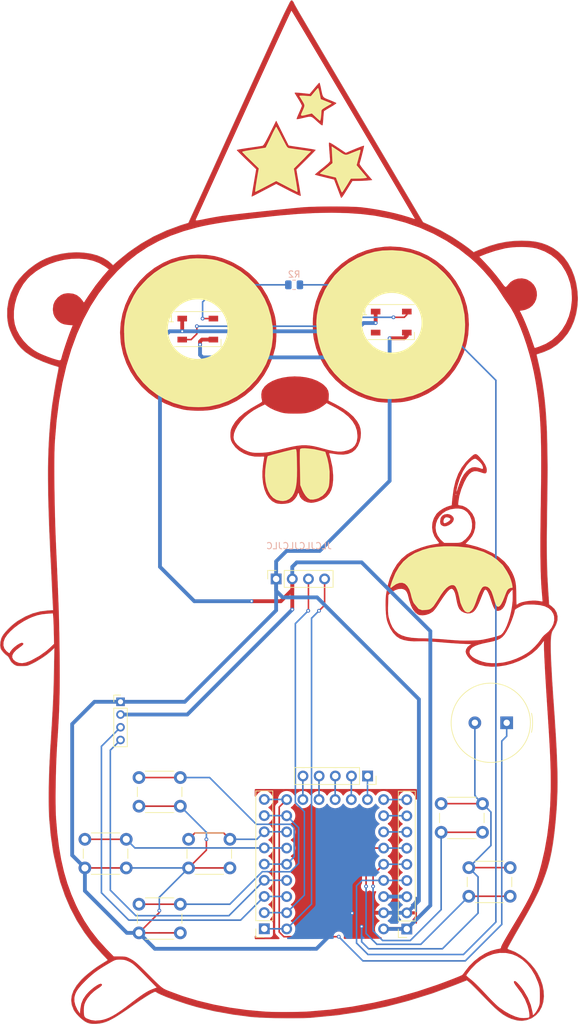
<source format=kicad_pcb>
(kicad_pcb (version 20240108) (generator "pcbnew") (generator_version "8.0")
  (layers (0 "F.Cu" signal) (31 "B.Cu" signal) (34 "B.Paste" user) (35 "F.Paste" user) (36 "B.SilkS" user "B.Silkscreen") (37 "F.SilkS" user "F.Silkscreen") (38 "B.Mask" user) (39 "F.Mask" user) (44 "Edge.Cuts" user))
  (net 0 "")
  (net 1 "/GP27")
  (net 2 "/GP7")
  (net 3 "Net-(J2-Pin_3)")
  (net 4 "GND")
  (net 5 "VCC")
  (net 6 "/SDA")
  (net 7 "/SDA1")
  (net 8 "/GP28")
  (net 9 "Net-(J2-Pin_1)")
  (net 10 "/SCL")
  (net 11 "Net-(J2-Pin_2)")
  (net 12 "Net-(J2-Pin_5)")
  (net 13 "/GP5")
  (net 14 "/GP29")
  (net 15 "/GP15")
  (net 16 "/GP26")
  (net 17 "/GP14")
  (net 18 "/3v3")
  (net 19 "/SCL1")
  (net 20 "Net-(J2-Pin_4)")
  (net 21 "/GP8")
  (net 22 "/GP4")
  (net 23 "/GP6")
  (net 24 "Net-(D1-DIN)")
  (net 25 "Net-(D1-DOUT)")
  (footprint "gopher:gopher_party" (layer "F.Cu") (at 112.575 101.225)
    (property "Reference" "G***" (hide yes))
    (property "Value" "LOGO" (hide yes))
    (fp_line (start -45.62 20.56) (end -45.59 19.99) (stroke (width 0.05)) (layer "Edge.Cuts"))
    (fp_line (start -45.59 19.99) (end -45.46 19.44) (stroke (width 0.05)) (layer "Edge.Cuts"))
    (fp_line (start -45.55 21.04) (end -45.62 20.56) (stroke (width 0.05)) (layer "Edge.Cuts"))
    (fp_line (start -45.51 21.14) (end -45.55 21.04) (stroke (width 0.05)) (layer "Edge.Cuts"))
    (fp_line (start -45.46 19.44) (end -45.35 19.19) (stroke (width 0.05)) (layer "Edge.Cuts"))
    (fp_line (start -45.36 21.37) (end -45.51 21.14) (stroke (width 0.05)) (layer "Edge.Cuts"))
    (fp_line (start -45.35 19.19) (end -45.12 18.81) (stroke (width 0.05)) (layer "Edge.Cuts"))
    (fp_line (start -45.12 18.81) (end -44.82 18.44) (stroke (width 0.05)) (layer "Edge.Cuts"))
    (fp_line (start -45.04 21.75) (end -45.36 21.37) (stroke (width 0.05)) (layer "Edge.Cuts"))
    (fp_line (start -44.82 18.44) (end -44.39 17.97) (stroke (width 0.05)) (layer "Edge.Cuts"))
    (fp_line (start -44.73 22.04) (end -45.04 21.75) (stroke (width 0.05)) (layer "Edge.Cuts"))
    (fp_line (start -44.54 -31.2) (end -44.53 -31.7) (stroke (width 0.05)) (layer "Edge.Cuts"))
    (fp_line (start -44.53 -31.7) (end -44.52 -32.38) (stroke (width 0.05)) (layer "Edge.Cuts"))
    (fp_line (start -44.52 -32.38) (end -44.32 -33.61) (stroke (width 0.05)) (layer "Edge.Cuts"))
    (fp_line (start -44.47 -30.41) (end -44.54 -31.2) (stroke (width 0.05)) (layer "Edge.Cuts"))
    (fp_line (start -44.44 22.26) (end -44.73 22.04) (stroke (width 0.05)) (layer "Edge.Cuts"))
    (fp_line (start -44.39 17.97) (end -43.89 17.48) (stroke (width 0.05)) (layer "Edge.Cuts"))
    (fp_line (start -44.36 22.34) (end -44.44 22.26) (stroke (width 0.05)) (layer "Edge.Cuts"))
    (fp_line (start -44.33 -29.65) (end -44.47 -30.41) (stroke (width 0.05)) (layer "Edge.Cuts"))
    (fp_line (start -44.32 -33.61) (end -43.96 -34.79) (stroke (width 0.05)) (layer "Edge.Cuts"))
    (fp_line (start -44.22 22.57) (end -44.36 22.34) (stroke (width 0.05)) (layer "Edge.Cuts"))
    (fp_line (start -44.13 -29.07) (end -44.33 -29.65) (stroke (width 0.05)) (layer "Edge.Cuts"))
    (fp_line (start -43.96 -34.79) (end -43.49 -35.79) (stroke (width 0.05)) (layer "Edge.Cuts"))
    (fp_line (start -43.91 23.14) (end -44.22 22.57) (stroke (width 0.05)) (layer "Edge.Cuts"))
    (fp_line (start -43.89 17.48) (end -43.35 17.03) (stroke (width 0.05)) (layer "Edge.Cuts"))
    (fp_line (start -43.78 -28.25) (end -44.13 -29.07) (stroke (width 0.05)) (layer "Edge.Cuts"))
    (fp_line (start -43.49 -35.79) (end -43.28 -36.17) (stroke (width 0.05)) (layer "Edge.Cuts"))
    (fp_line (start -43.49 23.53) (end -43.91 23.14) (stroke (width 0.05)) (layer "Edge.Cuts"))
    (fp_line (start -43.42 -27.56) (end -43.78 -28.25) (stroke (width 0.05)) (layer "Edge.Cuts"))
    (fp_line (start -43.35 17.03) (end -42.86 16.67) (stroke (width 0.05)) (layer "Edge.Cuts"))
    (fp_line (start -43.28 -36.17) (end -42.67 -37.01) (stroke (width 0.05)) (layer "Edge.Cuts"))
    (fp_line (start -43.19 23.7) (end -43.49 23.53) (stroke (width 0.05)) (layer "Edge.Cuts"))
    (fp_line (start -42.95 23.78) (end -43.19 23.7) (stroke (width 0.05)) (layer "Edge.Cuts"))
    (fp_line (start -42.91 -26.79) (end -43.42 -27.56) (stroke (width 0.05)) (layer "Edge.Cuts"))
    (fp_line (start -42.86 16.67) (end -41.76 16.04) (stroke (width 0.05)) (layer "Edge.Cuts"))
    (fp_line (start -42.67 -37.01) (end -41.94 -37.82) (stroke (width 0.05)) (layer "Edge.Cuts"))
    (fp_line (start -42.57 23.81) (end -42.95 23.78) (stroke (width 0.05)) (layer "Edge.Cuts"))
    (fp_line (start -42.38 -26.17) (end -42.91 -26.79) (stroke (width 0.05)) (layer "Edge.Cuts"))
    (fp_line (start -41.94 -37.82) (end -41.15 -38.56) (stroke (width 0.05)) (layer "Edge.Cuts"))
    (fp_line (start -41.88 23.81) (end -42.57 23.81) (stroke (width 0.05)) (layer "Edge.Cuts"))
    (fp_line (start -41.76 16.04) (end -41.67 15.99) (stroke (width 0.05)) (layer "Edge.Cuts"))
    (fp_line (start -41.7 -25.54) (end -42.38 -26.17) (stroke (width 0.05)) (layer "Edge.Cuts"))
    (fp_line (start -41.67 15.99) (end -40.52 15.5) (stroke (width 0.05)) (layer "Edge.Cuts"))
    (fp_line (start -41.55 23.78) (end -41.88 23.81) (stroke (width 0.05)) (layer "Edge.Cuts"))
    (fp_line (start -41.23 23.72) (end -41.55 23.78) (stroke (width 0.05)) (layer "Edge.Cuts"))
    (fp_line (start -41.15 -38.56) (end -40.25 -39.24) (stroke (width 0.05)) (layer "Edge.Cuts"))
    (fp_line (start -40.75 -24.9) (end -41.7 -25.54) (stroke (width 0.05)) (layer "Edge.Cuts"))
    (fp_line (start -40.53 23.4) (end -41.23 23.72) (stroke (width 0.05)) (layer "Edge.Cuts"))
    (fp_line (start -40.52 15.5) (end -39.36 15.19) (stroke (width 0.05)) (layer "Edge.Cuts"))
    (fp_line (start -40.25 -39.24) (end -39.94 -39.45) (stroke (width 0.05)) (layer "Edge.Cuts"))
    (fp_line (start -40.08 -24.53) (end -40.75 -24.9) (stroke (width 0.05)) (layer "Edge.Cuts"))
    (fp_line (start -40.08 23.17) (end -40.53 23.4) (stroke (width 0.05)) (layer "Edge.Cuts"))
    (fp_line (start -39.94 -39.45) (end -39.29 -39.85) (stroke (width 0.05)) (layer "Edge.Cuts"))
    (fp_line (start -39.87 23.05) (end -40.08 23.17) (stroke (width 0.05)) (layer "Edge.Cuts"))
    (fp_line (start -39.36 15.19) (end -38.19 15.04) (stroke (width 0.05)) (layer "Edge.Cuts"))
    (fp_line (start -39.31 22.71) (end -39.87 23.05) (stroke (width 0.05)) (layer "Edge.Cuts"))
    (fp_line (start -39.29 -39.85) (end -38.42 -40.27) (stroke (width 0.05)) (layer "Edge.Cuts"))
    (fp_line (start -38.95 -24.03) (end -40.08 -24.53) (stroke (width 0.05)) (layer "Edge.Cuts"))
    (fp_line (start -38.83 22.4) (end -39.31 22.71) (stroke (width 0.05)) (layer "Edge.Cuts"))
    (fp_line (start -38.42 -40.27) (end -37.27 -40.69) (stroke (width 0.05)) (layer "Edge.Cuts"))
    (fp_line (start -38.29 22.02) (end -38.83 22.4) (stroke (width 0.05)) (layer "Edge.Cuts"))
    (fp_line (start -38.19 15.04) (end -37.39 14.99) (stroke (width 0.05)) (layer "Edge.Cuts"))
    (fp_line (start -38.18 -23.74) (end -38.95 -24.03) (stroke (width 0.05)) (layer "Edge.Cuts"))
    (fp_line (start -38.12 -7.55) (end -38.09 -8.52) (stroke (width 0.05)) (layer "Edge.Cuts"))
    (fp_line (start -38.12 -5.92) (end -38.12 -7.55) (stroke (width 0.05)) (layer "Edge.Cuts"))
    (fp_line (start -38.09 -8.52) (end -38.04 -10.28) (stroke (width 0.05)) (layer "Edge.Cuts"))
    (fp_line (start -38.09 -3.25) (end -38.12 -5.92) (stroke (width 0.05)) (layer "Edge.Cuts"))
    (fp_line (start -38.07 -2.31) (end -38.09 -3.25) (stroke (width 0.05)) (layer "Edge.Cuts"))
    (fp_line (start -38.04 -10.28) (end -37.99 -11.4) (stroke (width 0.05)) (layer "Edge.Cuts"))
    (fp_line (start -38.02 -0.67) (end -38.07 -2.31) (stroke (width 0.05)) (layer "Edge.Cuts"))
    (fp_line (start -38.01 43.68) (end -38 42.88) (stroke (width 0.05)) (layer "Edge.Cuts"))
    (fp_line (start -38.01 43.95) (end -38.01 43.68) (stroke (width 0.05)) (layer "Edge.Cuts"))
    (fp_line (start -38.01 44.51) (end -38.01 43.95) (stroke (width 0.05)) (layer "Edge.Cuts"))
    (fp_line (start -38.01 45.03) (end -38.01 44.51) (stroke (width 0.05)) (layer "Edge.Cuts"))
    (fp_line (start -38 0.1) (end -38.02 -0.67) (stroke (width 0.05)) (layer "Edge.Cuts"))
    (fp_line (start -38 42.88) (end -37.99 42.46) (stroke (width 0.05)) (layer "Edge.Cuts"))
    (fp_line (start -38 45.65) (end -38.01 45.03) (stroke (width 0.05)) (layer "Edge.Cuts"))
    (fp_line (start -37.99 -11.4) (end -37.9 -12.8) (stroke (width 0.05)) (layer "Edge.Cuts"))
    (fp_line (start -37.99 42.46) (end -37.98 41.99) (stroke (width 0.05)) (layer "Edge.Cuts"))
    (fp_line (start -37.98 41.99) (end -37.97 41.49) (stroke (width 0.05)) (layer "Edge.Cuts"))
    (fp_line (start -37.98 46.53) (end -38 45.65) (stroke (width 0.05)) (layer "Edge.Cuts"))
    (fp_line (start -37.97 41.49) (end -37.94 40.75) (stroke (width 0.05)) (layer "Edge.Cuts"))
    (fp_line (start -37.95 1.52) (end -38 0.1) (stroke (width 0.05)) (layer "Edge.Cuts"))
    (fp_line (start -37.95 47.29) (end -37.98 46.53) (stroke (width 0.05)) (layer "Edge.Cuts"))
    (fp_line (start -37.94 40.75) (end -37.92 39.99) (stroke (width 0.05)) (layer "Edge.Cuts"))
    (fp_line (start -37.93 2.19) (end -37.95 1.52) (stroke (width 0.05)) (layer "Edge.Cuts"))
    (fp_line (start -37.93 47.76) (end -37.95 47.29) (stroke (width 0.05)) (layer "Edge.Cuts"))
    (fp_line (start -37.92 39.99) (end -37.89 39.28) (stroke (width 0.05)) (layer "Edge.Cuts"))
    (fp_line (start -37.9 -12.8) (end -37.81 -14.06) (stroke (width 0.05)) (layer "Edge.Cuts"))
    (fp_line (start -37.89 2.96) (end -37.93 2.19) (stroke (width 0.05)) (layer "Edge.Cuts"))
    (fp_line (start -37.89 39.28) (end -37.87 38.74) (stroke (width 0.05)) (layer "Edge.Cuts"))
    (fp_line (start -37.87 38.74) (end -37.85 38.38) (stroke (width 0.05)) (layer "Edge.Cuts"))
    (fp_line (start -37.85 38.38) (end -37.82 37.71) (stroke (width 0.05)) (layer "Edge.Cuts"))
    (fp_line (start -37.83 4.37) (end -37.89 2.96) (stroke (width 0.05)) (layer "Edge.Cuts"))
    (fp_line (start -37.82 37.71) (end -37.79 37.34) (stroke (width 0.05)) (layer "Edge.Cuts"))
    (fp_line (start -37.81 -14.06) (end -37.69 -15.26) (stroke (width 0.05)) (layer "Edge.Cuts"))
    (fp_line (start -37.8 5.14) (end -37.83 4.37) (stroke (width 0.05)) (layer "Edge.Cuts"))
    (fp_line (start -37.8 49.2) (end -37.93 47.76) (stroke (width 0.05)) (layer "Edge.Cuts"))
    (fp_line (start -37.79 37.34) (end -37.77 36.94) (stroke (width 0.05)) (layer "Edge.Cuts"))
    (fp_line (start -37.77 36.94) (end -37.75 36.52) (stroke (width 0.05)) (layer "Edge.Cuts"))
    (fp_line (start -37.75 36.52) (end -37.72 36.12) (stroke (width 0.05)) (layer "Edge.Cuts"))
    (fp_line (start -37.74 6.27) (end -37.8 5.14) (stroke (width 0.05)) (layer "Edge.Cuts"))
    (fp_line (start -37.72 36.12) (end -37.67 35.39) (stroke (width 0.05)) (layer "Edge.Cuts"))
    (fp_line (start -37.7 50.32) (end -37.8 49.2) (stroke (width 0.05)) (layer "Edge.Cuts"))
    (fp_line (start -37.69 -15.26) (end -37.62 -15.91) (stroke (width 0.05)) (layer "Edge.Cuts"))
    (fp_line (start -37.67 21.51) (end -38.29 22.02) (stroke (width 0.05)) (layer "Edge.Cuts"))
    (fp_line (start -37.67 35.39) (end -37.64 34.92) (stroke (width 0.05)) (layer "Edge.Cuts"))
    (fp_line (start -37.64 34.92) (end -37.6 34.23) (stroke (width 0.05)) (layer "Edge.Cuts"))
    (fp_line (start -37.62 -15.91) (end -37.54 -16.66) (stroke (width 0.05)) (layer "Edge.Cuts"))
    (fp_line (start -37.6 9.03) (end -37.74 6.27) (stroke (width 0.05)) (layer "Edge.Cuts"))
    (fp_line (start -37.6 34.23) (end -37.57 33.73) (stroke (width 0.05)) (layer "Edge.Cuts"))
    (fp_line (start -37.57 33.73) (end -37.53 33.14) (stroke (width 0.05)) (layer "Edge.Cuts"))
    (fp_line (start -37.54 -16.66) (end -37.42 -17.54) (stroke (width 0.05)) (layer "Edge.Cuts"))
    (fp_line (start -37.53 33.14) (end -37.5 32.57) (stroke (width 0.05)) (layer "Edge.Cuts"))
    (fp_line (start -37.51 -23.5) (end -38.18 -23.74) (stroke (width 0.05)) (layer "Edge.Cuts"))
    (fp_line (start -37.5 11.3) (end -37.6 9.03) (stroke (width 0.05)) (layer "Edge.Cuts"))
    (fp_line (start -37.5 32.57) (end -37.39 30.64) (stroke (width 0.05)) (layer "Edge.Cuts"))
    (fp_line (start -37.49 51.78) (end -37.7 50.32) (stroke (width 0.05)) (layer "Edge.Cuts"))
    (fp_line (start -37.42 -17.54) (end -37.29 -18.34) (stroke (width 0.05)) (layer "Edge.Cuts"))
    (fp_line (start -37.39 14.99) (end -37.31 14.99) (stroke (width 0.05)) (layer "Edge.Cuts"))
    (fp_line (start -37.39 30.64) (end -37.34 29.61) (stroke (width 0.05)) (layer "Edge.Cuts"))
    (fp_line (start -37.38 13.8) (end -37.5 11.3) (stroke (width 0.05)) (layer "Edge.Cuts"))
    (fp_line (start -37.35 52.77) (end -37.49 51.78) (stroke (width 0.05)) (layer "Edge.Cuts"))
    (fp_line (start -37.34 14.59) (end -37.38 13.8) (stroke (width 0.05)) (layer "Edge.Cuts"))
    (fp_line (start -37.34 29.61) (end -37.28 28.39) (stroke (width 0.05)) (layer "Edge.Cuts"))
    (fp_line (start -37.32 21.18) (end -37.67 21.51) (stroke (width 0.05)) (layer "Edge.Cuts"))
    (fp_line (start -37.31 14.99) (end -37.34 14.59) (stroke (width 0.05)) (layer "Edge.Cuts"))
    (fp_line (start -37.29 -18.34) (end -37.1 -19.54) (stroke (width 0.05)) (layer "Edge.Cuts"))
    (fp_line (start -37.28 28.39) (end -37.25 27.43) (stroke (width 0.05)) (layer "Edge.Cuts"))
    (fp_line (start -37.27 -40.69) (end -36.01 -41) (stroke (width 0.05)) (layer "Edge.Cuts"))
    (fp_line (start -37.25 27.43) (end -37.22 26.35) (stroke (width 0.05)) (layer "Edge.Cuts"))
    (fp_line (start -37.22 26.35) (end -37.2 25.56) (stroke (width 0.05)) (layer "Edge.Cuts"))
    (fp_line (start -37.2 25.56) (end -37.17 24.05) (stroke (width 0.05)) (layer "Edge.Cuts"))
    (fp_line (start -37.2 53.56) (end -37.35 52.77) (stroke (width 0.05)) (layer "Edge.Cuts"))
    (fp_line (start -37.17 24.05) (end -37.14 22.53) (stroke (width 0.05)) (layer "Edge.Cuts"))
    (fp_line (start -37.14 22.53) (end -37.13 21.6) (stroke (width 0.05)) (layer "Edge.Cuts"))
    (fp_line (start -37.13 21.6) (end -37.12 21.14) (stroke (width 0.05)) (layer "Edge.Cuts"))
    (fp_line (start -37.12 21.14) (end -37.1 20.98) (stroke (width 0.05)) (layer "Edge.Cuts"))
    (fp_line (start -37.1 -19.54) (end -36.86 -20.94) (stroke (width 0.05)) (layer "Edge.Cuts"))
    (fp_line (start -37.1 20.98) (end -37.32 21.18) (stroke (width 0.05)) (layer "Edge.Cuts"))
    (fp_line (start -37.02 -23.35) (end -37.51 -23.5) (stroke (width 0.05)) (layer "Edge.Cuts"))
    (fp_line (start -36.86 -20.94) (end -36.68 -21.84) (stroke (width 0.05)) (layer "Edge.Cuts"))
    (fp_line (start -36.68 -21.84) (end -36.56 -22.46) (stroke (width 0.05)) (layer "Edge.Cuts"))
    (fp_line (start -36.56 -22.46) (end -36.49 -22.82) (stroke (width 0.05)) (layer "Edge.Cuts"))
    (fp_line (start -36.49 -22.82) (end -36.46 -23.07) (stroke (width 0.05)) (layer "Edge.Cuts"))
    (fp_line (start -36.48 -23.19) (end -37.02 -23.35) (stroke (width 0.05)) (layer "Edge.Cuts"))
    (fp_line (start -36.46 -23.07) (end -36.48 -23.19) (stroke (width 0.05)) (layer "Edge.Cuts"))
    (fp_line (start -36.4 56.96) (end -37.2 53.56) (stroke (width 0.05)) (layer "Edge.Cuts"))
    (fp_line (start -36.18 57.8) (end -36.4 56.96) (stroke (width 0.05)) (layer "Edge.Cuts"))
    (fp_line (start -36.01 -41) (end -34.86 -41.17) (stroke (width 0.05)) (layer "Edge.Cuts"))
    (fp_line (start -35.73 59.07) (end -36.18 57.8) (stroke (width 0.05)) (layer "Edge.Cuts"))
    (fp_line (start -35.44 59.91) (end -35.73 59.07) (stroke (width 0.05)) (layer "Edge.Cuts"))
    (fp_line (start -35.04 60.84) (end -35.44 59.91) (stroke (width 0.05)) (layer "Edge.Cuts"))
    (fp_line (start -34.86 -41.17) (end -33.64 -41.23) (stroke (width 0.05)) (layer "Edge.Cuts"))
    (fp_line (start -34.63 61.8) (end -35.04 60.84) (stroke (width 0.05)) (layer "Edge.Cuts"))
    (fp_line (start -34.47 76.28) (end -34.46 76.17) (stroke (width 0.05)) (layer "Edge.Cuts"))
    (fp_line (start -34.46 76.17) (end -34.41 75.75) (stroke (width 0.05)) (layer "Edge.Cuts"))
    (fp_line (start -34.41 75.75) (end -34.38 75.52) (stroke (width 0.05)) (layer "Edge.Cuts"))
    (fp_line (start -34.38 75.52) (end -34.11 74.76) (stroke (width 0.05)) (layer "Edge.Cuts"))
    (fp_line (start -34.38 77.01) (end -34.47 76.28) (stroke (width 0.05)) (layer "Edge.Cuts"))
    (fp_line (start -34.15 62.71) (end -34.63 61.8) (stroke (width 0.05)) (layer "Edge.Cuts"))
    (fp_line (start -34.11 74.76) (end -33.63 73.96) (stroke (width 0.05)) (layer "Edge.Cuts"))
    (fp_line (start -34.09 77.77) (end -34.38 77.01) (stroke (width 0.05)) (layer "Edge.Cuts"))
    (fp_line (start -34.02 77.91) (end -34.09 77.77) (stroke (width 0.05)) (layer "Edge.Cuts"))
    (fp_line (start -33.94 78.03) (end -34.02 77.91) (stroke (width 0.05)) (layer "Edge.Cuts"))
    (fp_line (start -33.68 78.39) (end -33.94 78.03) (stroke (width 0.05)) (layer "Edge.Cuts"))
    (fp_line (start -33.64 -41.23) (end -32.48 -41.18) (stroke (width 0.05)) (layer "Edge.Cuts"))
    (fp_line (start -33.63 73.96) (end -33.26 73.51) (stroke (width 0.05)) (layer "Edge.Cuts"))
    (fp_line (start -33.62 63.73) (end -34.15 62.71) (stroke (width 0.05)) (layer "Edge.Cuts"))
    (fp_line (start -33.26 73.51) (end -32.85 73.02) (stroke (width 0.05)) (layer "Edge.Cuts"))
    (fp_line (start -33.2 64.4) (end -33.62 63.73) (stroke (width 0.05)) (layer "Edge.Cuts"))
    (fp_line (start -33.2 78.91) (end -33.68 78.39) (stroke (width 0.05)) (layer "Edge.Cuts"))
    (fp_line (start -32.85 73.02) (end -32.38 72.57) (stroke (width 0.05)) (layer "Edge.Cuts"))
    (fp_line (start -32.81 79.26) (end -33.2 78.91) (stroke (width 0.05)) (layer "Edge.Cuts"))
    (fp_line (start -32.48 -41.18) (end -31.34 -41.01) (stroke (width 0.05)) (layer "Edge.Cuts"))
    (fp_line (start -32.42 65.62) (end -33.2 64.4) (stroke (width 0.05)) (layer "Edge.Cuts"))
    (fp_line (start -32.38 72.57) (end -31.77 72.05) (stroke (width 0.05)) (layer "Edge.Cuts"))
    (fp_line (start -32.38 79.59) (end -32.81 79.26) (stroke (width 0.05)) (layer "Edge.Cuts"))
    (fp_line (start -31.99 79.81) (end -32.38 79.59) (stroke (width 0.05)) (layer "Edge.Cuts"))
    (fp_line (start -31.92 66.29) (end -32.42 65.62) (stroke (width 0.05)) (layer "Edge.Cuts"))
    (fp_line (start -31.77 72.05) (end -30.91 71.38) (stroke (width 0.05)) (layer "Edge.Cuts"))
    (fp_line (start -31.66 79.92) (end -31.99 79.81) (stroke (width 0.05)) (layer "Edge.Cuts"))
    (fp_line (start -31.54 66.79) (end -31.92 66.29) (stroke (width 0.05)) (layer "Edge.Cuts"))
    (fp_line (start -31.35 79.98) (end -31.66 79.92) (stroke (width 0.05)) (layer "Edge.Cuts"))
    (fp_line (start -31.34 -41.01) (end -30.36 -40.75) (stroke (width 0.05)) (layer "Edge.Cuts"))
    (fp_line (start -31.14 67.32) (end -31.54 66.79) (stroke (width 0.05)) (layer "Edge.Cuts"))
    (fp_line (start -30.92 67.57) (end -31.14 67.32) (stroke (width 0.05)) (layer "Edge.Cuts"))
    (fp_line (start -30.91 71.38) (end -30.36 70.99) (stroke (width 0.05)) (layer "Edge.Cuts"))
    (fp_line (start -30.91 80.01) (end -31.35 79.98) (stroke (width 0.05)) (layer "Edge.Cuts"))
    (fp_line (start -30.48 79.99) (end -30.91 80.01) (stroke (width 0.05)) (layer "Edge.Cuts"))
    (fp_line (start -30.42 68.14) (end -30.92 67.57) (stroke (width 0.05)) (layer "Edge.Cuts"))
    (fp_line (start -30.36 -40.75) (end -29.42 -40.36) (stroke (width 0.05)) (layer "Edge.Cuts"))
    (fp_line (start -30.36 70.99) (end -29.9 70.7) (stroke (width 0.05)) (layer "Edge.Cuts"))
    (fp_line (start -30.05 68.55) (end -30.42 68.14) (stroke (width 0.05)) (layer "Edge.Cuts"))
    (fp_line (start -30 79.95) (end -30.48 79.99) (stroke (width 0.05)) (layer "Edge.Cuts"))
    (fp_line (start -29.9 70.7) (end -29.43 70.4) (stroke (width 0.05)) (layer "Edge.Cuts"))
    (fp_line (start -29.67 68.98) (end -30.05 68.55) (stroke (width 0.05)) (layer "Edge.Cuts"))
    (fp_line (start -29.55 79.87) (end -30 79.95) (stroke (width 0.05)) (layer "Edge.Cuts"))
    (fp_line (start -29.43 70.4) (end -29.15 70.23) (stroke (width 0.05)) (layer "Edge.Cuts"))
    (fp_line (start -29.42 -40.36) (end -28.64 -39.89) (stroke (width 0.05)) (layer "Edge.Cuts"))
    (fp_line (start -29.36 69.3) (end -29.67 68.98) (stroke (width 0.05)) (layer "Edge.Cuts"))
    (fp_line (start -29.15 70.23) (end -28.96 70.11) (stroke (width 0.05)) (layer "Edge.Cuts"))
    (fp_line (start -29.1 69.57) (end -29.36 69.3) (stroke (width 0.05)) (layer "Edge.Cuts"))
    (fp_line (start -29.04 79.72) (end -29.55 79.87) (stroke (width 0.05)) (layer "Edge.Cuts"))
    (fp_line (start -28.96 70.11) (end -28.87 70.05) (stroke (width 0.05)) (layer "Edge.Cuts"))
    (fp_line (start -28.87 70.05) (end -28.76 69.98) (stroke (width 0.05)) (layer "Edge.Cuts"))
    (fp_line (start -28.81 69.89) (end -29.1 69.57) (stroke (width 0.05)) (layer "Edge.Cuts"))
    (fp_line (start -28.76 69.98) (end -28.75 69.97) (stroke (width 0.05)) (layer "Edge.Cuts"))
    (fp_line (start -28.75 69.97) (end -28.81 69.89) (stroke (width 0.05)) (layer "Edge.Cuts"))
    (fp_line (start -28.64 -39.89) (end -28.19 -39.51) (stroke (width 0.05)) (layer "Edge.Cuts"))
    (fp_line (start -28.55 79.52) (end -29.04 79.72) (stroke (width 0.05)) (layer "Edge.Cuts"))
    (fp_line (start -28.19 -39.51) (end -27.9 -39.24) (stroke (width 0.05)) (layer "Edge.Cuts"))
    (fp_line (start -28.19 79.34) (end -28.55 79.52) (stroke (width 0.05)) (layer "Edge.Cuts"))
    (fp_line (start -27.9 -39.24) (end -27.88 -39.21) (stroke (width 0.05)) (layer "Edge.Cuts"))
    (fp_line (start -27.88 -39.21) (end -27.56 -39.5) (stroke (width 0.05)) (layer "Edge.Cuts"))
    (fp_line (start -27.56 -39.5) (end -27.06 -39.94) (stroke (width 0.05)) (layer "Edge.Cuts"))
    (fp_line (start -27.51 78.97) (end -28.19 79.34) (stroke (width 0.05)) (layer "Edge.Cuts"))
    (fp_line (start -27.06 -39.94) (end -26.22 -40.62) (stroke (width 0.05)) (layer "Edge.Cuts"))
    (fp_line (start -26.91 78.59) (end -27.51 78.97) (stroke (width 0.05)) (layer "Edge.Cuts"))
    (fp_line (start -26.22 -40.62) (end -25.41 -41.27) (stroke (width 0.05)) (layer "Edge.Cuts"))
    (fp_line (start -26.22 78.14) (end -26.91 78.59) (stroke (width 0.05)) (layer "Edge.Cuts"))
    (fp_line (start -25.49 77.65) (end -26.22 78.14) (stroke (width 0.05)) (layer "Edge.Cuts"))
    (fp_line (start -25.41 -41.27) (end -24.55 -41.87) (stroke (width 0.05)) (layer "Edge.Cuts"))
    (fp_line (start -24.55 -41.87) (end -24.07 -42.19) (stroke (width 0.05)) (layer "Edge.Cuts"))
    (fp_line (start -24.49 76.94) (end -25.49 77.65) (stroke (width 0.05)) (layer "Edge.Cuts"))
    (fp_line (start -24.07 -42.19) (end -23.5 -42.58) (stroke (width 0.05)) (layer "Edge.Cuts"))
    (fp_line (start -23.62 76.34) (end -24.49 76.94) (stroke (width 0.05)) (layer "Edge.Cuts"))
    (fp_line (start -23.5 -42.58) (end -22.67 -43.06) (stroke (width 0.05)) (layer "Edge.Cuts"))
    (fp_line (start -22.67 -43.06) (end -22.06 -43.4) (stroke (width 0.05)) (layer "Edge.Cuts"))
    (fp_line (start -22.66 75.72) (end -23.62 76.34) (stroke (width 0.05)) (layer "Edge.Cuts"))
    (fp_line (start -22.06 -43.4) (end -21.55 -43.7) (stroke (width 0.05)) (layer "Edge.Cuts"))
    (fp_line (start -21.91 75.26) (end -22.66 75.72) (stroke (width 0.05)) (layer "Edge.Cuts"))
    (fp_line (start -21.55 -43.7) (end -20.72 -44.08) (stroke (width 0.05)) (layer "Edge.Cuts"))
    (fp_line (start -21.42 75.02) (end -21.91 75.26) (stroke (width 0.05)) (layer "Edge.Cuts"))
    (fp_line (start -21.28 74.98) (end -21.42 75.02) (stroke (width 0.05)) (layer "Edge.Cuts"))
    (fp_line (start -21.17 74.99) (end -21.28 74.98) (stroke (width 0.05)) (layer "Edge.Cuts"))
    (fp_line (start -21.09 75.05) (end -21.17 74.99) (stroke (width 0.05)) (layer "Edge.Cuts"))
    (fp_line (start -20.88 75.18) (end -21.09 75.05) (stroke (width 0.05)) (layer "Edge.Cuts"))
    (fp_line (start -20.72 -44.08) (end -19.69 -44.56) (stroke (width 0.05)) (layer "Edge.Cuts"))
    (fp_line (start -20.44 75.39) (end -20.88 75.18) (stroke (width 0.05)) (layer "Edge.Cuts"))
    (fp_line (start -19.69 -44.56) (end -19.47 -44.66) (stroke (width 0.05)) (layer "Edge.Cuts"))
    (fp_line (start -19.48 75.8) (end -20.44 75.39) (stroke (width 0.05)) (layer "Edge.Cuts"))
    (fp_line (start -19.47 -44.66) (end -18.52 -45.01) (stroke (width 0.05)) (layer "Edge.Cuts"))
    (fp_line (start -18.52 -45.01) (end -17.76 -45.29) (stroke (width 0.05)) (layer "Edge.Cuts"))
    (fp_line (start -18.23 76.26) (end -19.48 75.8) (stroke (width 0.05)) (layer "Edge.Cuts"))
    (fp_line (start -17.76 -45.29) (end -17.36 -45.44) (stroke (width 0.05)) (layer "Edge.Cuts"))
    (fp_line (start -17.36 -45.44) (end -17.03 -45.55) (stroke (width 0.05)) (layer "Edge.Cuts"))
    (fp_line (start -17.03 -45.55) (end -16.54 -45.7) (stroke (width 0.05)) (layer "Edge.Cuts"))
    (fp_line (start -16.54 -45.7) (end -16.04 -45.85) (stroke (width 0.05)) (layer "Edge.Cuts"))
    (fp_line (start -16.36 76.89) (end -18.23 76.26) (stroke (width 0.05)) (layer "Edge.Cuts"))
    (fp_line (start -16.04 -45.85) (end -15.46 -47.16) (stroke (width 0.05)) (layer "Edge.Cuts"))
    (fp_line (start -15.46 -47.16) (end -14.36 -49.53) (stroke (width 0.05)) (layer "Edge.Cuts"))
    (fp_line (start -14.72 77.38) (end -16.36 76.89) (stroke (width 0.05)) (layer "Edge.Cuts"))
    (fp_line (start -14.36 -49.53) (end -13.13 -52.23) (stroke (width 0.05)) (layer "Edge.Cuts"))
    (fp_line (start -13.13 -52.23) (end -12.45 -53.71) (stroke (width 0.05)) (layer "Edge.Cuts"))
    (fp_line (start -12.45 -53.71) (end -11.64 -55.5) (stroke (width 0.05)) (layer "Edge.Cuts"))
    (fp_line (start -11.97 78.03) (end -14.72 77.38) (stroke (width 0.05)) (layer "Edge.Cuts"))
    (fp_line (start -11.64 -55.5) (end -10.12 -58.84) (stroke (width 0.05)) (layer "Edge.Cuts"))
    (fp_line (start -11.03 78.19) (end -11.97 78.03) (stroke (width 0.05)) (layer "Edge.Cuts"))
    (fp_line (start -10.12 -58.84) (end -8.53 -62.32) (stroke (width 0.05)) (layer "Edge.Cuts"))
    (fp_line (start -9.06 78.55) (end -11.03 78.19) (stroke (width 0.05)) (layer "Edge.Cuts"))
    (fp_line (start -8.53 -62.32) (end -5.47 -69.03) (stroke (width 0.05)) (layer "Edge.Cuts"))
    (fp_line (start -8.14 78.67) (end -9.06 78.55) (stroke (width 0.05)) (layer "Edge.Cuts"))
    (fp_line (start -6.28 78.92) (end -8.14 78.67) (stroke (width 0.05)) (layer "Edge.Cuts"))
    (fp_line (start -5.7 78.97) (end -6.28 78.92) (stroke (width 0.05)) (layer "Edge.Cuts"))
    (fp_line (start -5.47 -69.03) (end -2.31 -75.91) (stroke (width 0.05)) (layer "Edge.Cuts"))
    (fp_line (start -4.69 79.03) (end -5.7 78.97) (stroke (width 0.05)) (layer "Edge.Cuts"))
    (fp_line (start -3.8 79.06) (end -4.69 79.03) (stroke (width 0.05)) (layer "Edge.Cuts"))
    (fp_line (start -2.44 79.12) (end -3.8 79.06) (stroke (width 0.05)) (layer "Edge.Cuts"))
    (fp_line (start -2.31 -75.91) (end -1.07 -78.58) (stroke (width 0.05)) (layer "Edge.Cuts"))
    (fp_line (start -1.07 -78.58) (end -0.08 -80.56) (stroke (width 0.05)) (layer "Edge.Cuts"))
    (fp_line (start -0.77 79.13) (end -2.44 79.12) (stroke (width 0.05)) (layer "Edge.Cuts"))
    (fp_line (start -0.08 -80.56) (end 0.07 -80.75) (stroke (width 0.05)) (layer "Edge.Cuts"))
    (fp_line (start 0.07 -80.75) (end 0.12 -80.8) (stroke (width 0.05)) (layer "Edge.Cuts"))
    (fp_line (start 0.12 -80.8) (end 0.15 -80.82) (stroke (width 0.05)) (layer "Edge.Cuts"))
    (fp_line (start 0.15 -80.82) (end 0.33 -80.76) (stroke (width 0.05)) (layer "Edge.Cuts"))
    (fp_line (start 0.33 -80.76) (end 0.51 -80.53) (stroke (width 0.05)) (layer "Edge.Cuts"))
    (fp_line (start 0.5 79.13) (end -0.77 79.13) (stroke (width 0.05)) (layer "Edge.Cuts"))
    (fp_line (start 0.51 -80.53) (end 0.68 -80.17) (stroke (width 0.05)) (layer "Edge.Cuts"))
    (fp_line (start 0.68 -80.17) (end 1.34 -78.99) (stroke (width 0.05)) (layer "Edge.Cuts"))
    (fp_line (start 1.34 -78.99) (end 3.36 -75.56) (stroke (width 0.05)) (layer "Edge.Cuts"))
    (fp_line (start 2.01 79.12) (end 0.5 79.13) (stroke (width 0.05)) (layer "Edge.Cuts"))
    (fp_line (start 3.17 79.06) (end 2.01 79.12) (stroke (width 0.05)) (layer "Edge.Cuts"))
    (fp_line (start 3.36 -75.56) (end 5.17 -72.48) (stroke (width 0.05)) (layer "Edge.Cuts"))
    (fp_line (start 5.03 78.88) (end 3.17 79.06) (stroke (width 0.05)) (layer "Edge.Cuts"))
    (fp_line (start 5.17 -72.48) (end 7.26 -68.96) (stroke (width 0.05)) (layer "Edge.Cuts"))
    (fp_line (start 7.26 -68.96) (end 8.24 -67.3) (stroke (width 0.05)) (layer "Edge.Cuts"))
    (fp_line (start 7.52 78.64) (end 5.03 78.88) (stroke (width 0.05)) (layer "Edge.Cuts"))
    (fp_line (start 8.24 -67.3) (end 8.99 -66.03) (stroke (width 0.05)) (layer "Edge.Cuts"))
    (fp_line (start 8.34 78.51) (end 7.52 78.64) (stroke (width 0.05)) (layer "Edge.Cuts"))
    (fp_line (start 8.99 -66.03) (end 11.1 -62.46) (stroke (width 0.05)) (layer "Edge.Cuts"))
    (fp_line (start 11.1 -62.46) (end 14.23 -57.17) (stroke (width 0.05)) (layer "Edge.Cuts"))
    (fp_line (start 11.17 78.1) (end 8.34 78.51) (stroke (width 0.05)) (layer "Edge.Cuts"))
    (fp_line (start 13.32 77.66) (end 11.17 78.1) (stroke (width 0.05)) (layer "Edge.Cuts"))
    (fp_line (start 14.23 -57.17) (end 15.49 -55.05) (stroke (width 0.05)) (layer "Edge.Cuts"))
    (fp_line (start 15.2 77.27) (end 13.32 77.66) (stroke (width 0.05)) (layer "Edge.Cuts"))
    (fp_line (start 15.49 -55.05) (end 16.95 -52.56) (stroke (width 0.05)) (layer "Edge.Cuts"))
    (fp_line (start 16.95 -52.56) (end 19.2 -48.77) (stroke (width 0.05)) (layer "Edge.Cuts"))
    (fp_line (start 17.71 76.62) (end 15.2 77.27) (stroke (width 0.05)) (layer "Edge.Cuts"))
    (fp_line (start 18.72 76.34) (end 17.71 76.62) (stroke (width 0.05)) (layer "Edge.Cuts"))
    (fp_line (start 19.2 -48.77) (end 20.3 -46.91) (stroke (width 0.05)) (layer "Edge.Cuts"))
    (fp_line (start 20.27 75.86) (end 18.72 76.34) (stroke (width 0.05)) (layer "Edge.Cuts"))
    (fp_line (start 20.3 -46.91) (end 20.81 -46.06) (stroke (width 0.05)) (layer "Edge.Cuts"))
    (fp_line (start 20.81 -46.06) (end 20.87 -45.96) (stroke (width 0.05)) (layer "Edge.Cuts"))
    (fp_line (start 20.87 -45.96) (end 21.73 -45.57) (stroke (width 0.05)) (layer "Edge.Cuts"))
    (fp_line (start 21.62 75.44) (end 20.27 75.86) (stroke (width 0.05)) (layer "Edge.Cuts"))
    (fp_line (start 21.73 -45.57) (end 22.34 -45.29) (stroke (width 0.05)) (layer "Edge.Cuts"))
    (fp_line (start 22.3 75.23) (end 21.62 75.44) (stroke (width 0.05)) (layer "Edge.Cuts"))
    (fp_line (start 22.34 -45.29) (end 23.68 -44.65) (stroke (width 0.05)) (layer "Edge.Cuts"))
    (fp_line (start 23.64 74.74) (end 22.3 75.23) (stroke (width 0.05)) (layer "Edge.Cuts"))
    (fp_line (start 23.68 -44.65) (end 24.67 -44.08) (stroke (width 0.05)) (layer "Edge.Cuts"))
    (fp_line (start 24.17 74.55) (end 23.64 74.74) (stroke (width 0.05)) (layer "Edge.Cuts"))
    (fp_line (start 24.67 -44.08) (end 25.41 -43.66) (stroke (width 0.05)) (layer "Edge.Cuts"))
    (fp_line (start 25.12 74.2) (end 24.17 74.55) (stroke (width 0.05)) (layer "Edge.Cuts"))
    (fp_line (start 25.41 -43.66) (end 25.95 -43.32) (stroke (width 0.05)) (layer "Edge.Cuts"))
    (fp_line (start 25.95 -43.32) (end 26.99 -42.62) (stroke (width 0.05)) (layer "Edge.Cuts"))
    (fp_line (start 26.01 73.86) (end 25.12 74.2) (stroke (width 0.05)) (layer "Edge.Cuts"))
    (fp_line (start 26.99 -42.62) (end 27.96 -41.93) (stroke (width 0.05)) (layer "Edge.Cuts"))
    (fp_line (start 27.12 73.42) (end 26.01 73.86) (stroke (width 0.05)) (layer "Edge.Cuts"))
    (fp_line (start 27.51 73.27) (end 27.12 73.42) (stroke (width 0.05)) (layer "Edge.Cuts"))
    (fp_line (start 27.74 73.18) (end 27.51 73.27) (stroke (width 0.05)) (layer "Edge.Cuts"))
    (fp_line (start 27.96 -41.93) (end 28.49 -41.51) (stroke (width 0.05)) (layer "Edge.Cuts"))
    (fp_line (start 28.1 73.47) (end 27.74 73.18) (stroke (width 0.05)) (layer "Edge.Cuts"))
    (fp_line (start 28.47 73.81) (end 28.1 73.47) (stroke (width 0.05)) (layer "Edge.Cuts"))
    (fp_line (start 28.49 -41.51) (end 28.81 -41.26) (stroke (width 0.05)) (layer "Edge.Cuts"))
    (fp_line (start 28.81 -41.26) (end 29.57 -41.58) (stroke (width 0.05)) (layer "Edge.Cuts"))
    (fp_line (start 28.81 74.15) (end 28.47 73.81) (stroke (width 0.05)) (layer "Edge.Cuts"))
    (fp_line (start 29.23 74.57) (end 28.81 74.15) (stroke (width 0.05)) (layer "Edge.Cuts"))
    (fp_line (start 29.57 -41.58) (end 30.47 -41.92) (stroke (width 0.05)) (layer "Edge.Cuts"))
    (fp_line (start 29.84 75.2) (end 29.23 74.57) (stroke (width 0.05)) (layer "Edge.Cuts"))
    (fp_line (start 30.47 -41.92) (end 31.33 -42.24) (stroke (width 0.05)) (layer "Edge.Cuts"))
    (fp_line (start 30.5 75.88) (end 29.84 75.2) (stroke (width 0.05)) (layer "Edge.Cuts"))
    (fp_line (start 31.05 76.44) (end 30.5 75.88) (stroke (width 0.05)) (layer "Edge.Cuts"))
    (fp_line (start 31.33 -42.24) (end 32.63 -42.62) (stroke (width 0.05)) (layer "Edge.Cuts"))
    (fp_line (start 32.1 77.48) (end 31.05 76.44) (stroke (width 0.05)) (layer "Edge.Cuts"))
    (fp_line (start 32.63 -42.62) (end 33.93 -42.88) (stroke (width 0.05)) (layer "Edge.Cuts"))
    (fp_line (start 32.66 77.97) (end 32.1 77.48) (stroke (width 0.05)) (layer "Edge.Cuts"))
    (fp_line (start 33.33 78.49) (end 32.66 77.97) (stroke (width 0.05)) (layer "Edge.Cuts"))
    (fp_line (start 33.82 78.79) (end 33.33 78.49) (stroke (width 0.05)) (layer "Edge.Cuts"))
    (fp_line (start 33.93 -42.88) (end 35.21 -43.02) (stroke (width 0.05)) (layer "Edge.Cuts"))
    (fp_line (start 34.17 68.11) (end 34.17 68.2) (stroke (width 0.05)) (layer "Edge.Cuts"))
    (fp_line (start 34.17 68.2) (end 34.32 68.29) (stroke (width 0.05)) (layer "Edge.Cuts"))
    (fp_line (start 34.21 79) (end 33.82 78.79) (stroke (width 0.05)) (layer "Edge.Cuts"))
    (fp_line (start 34.32 68.29) (end 34.72 68.43) (stroke (width 0.05)) (layer "Edge.Cuts"))
    (fp_line (start 34.39 67.69) (end 34.17 68.11) (stroke (width 0.05)) (layer "Edge.Cuts"))
    (fp_line (start 34.63 67.25) (end 34.39 67.69) (stroke (width 0.05)) (layer "Edge.Cuts"))
    (fp_line (start 34.72 68.43) (end 35.34 68.68) (stroke (width 0.05)) (layer "Edge.Cuts"))
    (fp_line (start 34.74 79.23) (end 34.21 79) (stroke (width 0.05)) (layer "Edge.Cuts"))
    (fp_line (start 34.9 66.77) (end 34.63 67.25) (stroke (width 0.05)) (layer "Edge.Cuts"))
    (fp_line (start 35.21 -43.02) (end 36.35 -43.06) (stroke (width 0.05)) (layer "Edge.Cuts"))
    (fp_line (start 35.24 66.15) (end 34.9 66.77) (stroke (width 0.05)) (layer "Edge.Cuts"))
    (fp_line (start 35.34 68.68) (end 36.17 69.17) (stroke (width 0.05)) (layer "Edge.Cuts"))
    (fp_line (start 35.6 65.52) (end 35.24 66.15) (stroke (width 0.05)) (layer "Edge.Cuts"))
    (fp_line (start 35.65 79.48) (end 34.74 79.23) (stroke (width 0.05)) (layer "Edge.Cuts"))
    (fp_line (start 36.06 64.73) (end 35.6 65.52) (stroke (width 0.05)) (layer "Edge.Cuts"))
    (fp_line (start 36.17 69.17) (end 36.68 69.55) (stroke (width 0.05)) (layer "Edge.Cuts"))
    (fp_line (start 36.35 -43.06) (end 37.53 -43.02) (stroke (width 0.05)) (layer "Edge.Cuts"))
    (fp_line (start 36.41 79.54) (end 35.65 79.48) (stroke (width 0.05)) (layer "Edge.Cuts"))
    (fp_line (start 36.53 63.9) (end 36.06 64.73) (stroke (width 0.05)) (layer "Edge.Cuts"))
    (fp_line (start 36.68 69.55) (end 37 69.8) (stroke (width 0.05)) (layer "Edge.Cuts"))
    (fp_line (start 37 69.8) (end 37.61 70.39) (stroke (width 0.05)) (layer "Edge.Cuts"))
    (fp_line (start 37.13 79.43) (end 36.41 79.54) (stroke (width 0.05)) (layer "Edge.Cuts"))
    (fp_line (start 37.18 62.77) (end 36.53 63.9) (stroke (width 0.05)) (layer "Edge.Cuts"))
    (fp_line (start 37.53 -43.02) (end 38.56 -42.9) (stroke (width 0.05)) (layer "Edge.Cuts"))
    (fp_line (start 37.57 62.06) (end 37.18 62.77) (stroke (width 0.05)) (layer "Edge.Cuts"))
    (fp_line (start 37.61 70.39) (end 37.75 70.52) (stroke (width 0.05)) (layer "Edge.Cuts"))
    (fp_line (start 37.75 70.52) (end 38.41 71.32) (stroke (width 0.05)) (layer "Edge.Cuts"))
    (fp_line (start 37.95 79.12) (end 37.13 79.43) (stroke (width 0.05)) (layer "Edge.Cuts"))
    (fp_line (start 38.33 60.64) (end 37.57 62.06) (stroke (width 0.05)) (layer "Edge.Cuts"))
    (fp_line (start 38.41 71.32) (end 38.83 71.96) (stroke (width 0.05)) (layer "Edge.Cuts"))
    (fp_line (start 38.56 -42.9) (end 39.49 -42.68) (stroke (width 0.05)) (layer "Edge.Cuts"))
    (fp_line (start 38.64 78.63) (end 37.95 79.12) (stroke (width 0.05)) (layer "Edge.Cuts"))
    (fp_line (start 38.72 -25.14) (end 38.87 -24.49) (stroke (width 0.05)) (layer "Edge.Cuts"))
    (fp_line (start 38.83 71.96) (end 39.31 72.91) (stroke (width 0.05)) (layer "Edge.Cuts"))
    (fp_line (start 38.87 -24.49) (end 39.19 -23.07) (stroke (width 0.05)) (layer "Edge.Cuts"))
    (fp_line (start 39.02 59.24) (end 38.33 60.64) (stroke (width 0.05)) (layer "Edge.Cuts"))
    (fp_line (start 39.15 78.05) (end 38.64 78.63) (stroke (width 0.05)) (layer "Edge.Cuts"))
    (fp_line (start 39.19 -23.07) (end 39.38 -22.14) (stroke (width 0.05)) (layer "Edge.Cuts"))
    (fp_line (start 39.23 -25.33) (end 38.72 -25.14) (stroke (width 0.05)) (layer "Edge.Cuts"))
    (fp_line (start 39.31 72.91) (end 39.5 73.45) (stroke (width 0.05)) (layer "Edge.Cuts"))
    (fp_line (start 39.38 -22.14) (end 39.63 -20.75) (stroke (width 0.05)) (layer "Edge.Cuts"))
    (fp_line (start 39.49 -42.68) (end 39.64 -42.63) (stroke (width 0.05)) (layer "Edge.Cuts"))
    (fp_line (start 39.5 73.45) (end 39.64 73.85) (stroke (width 0.05)) (layer "Edge.Cuts"))
    (fp_line (start 39.52 77.37) (end 39.15 78.05) (stroke (width 0.05)) (layer "Edge.Cuts"))
    (fp_line (start 39.57 57.99) (end 39.02 59.24) (stroke (width 0.05)) (layer "Edge.Cuts"))
    (fp_line (start 39.63 -20.75) (end 39.86 -19.18) (stroke (width 0.05)) (layer "Edge.Cuts"))
    (fp_line (start 39.64 -42.63) (end 40.36 -42.37) (stroke (width 0.05)) (layer "Edge.Cuts"))
    (fp_line (start 39.64 73.85) (end 39.83 74.82) (stroke (width 0.05)) (layer "Edge.Cuts"))
    (fp_line (start 39.77 76.58) (end 39.52 77.37) (stroke (width 0.05)) (layer "Edge.Cuts"))
    (fp_line (start 39.83 74.82) (end 39.87 75.7) (stroke (width 0.05)) (layer "Edge.Cuts"))
    (fp_line (start 39.84 -25.53) (end 39.23 -25.33) (stroke (width 0.05)) (layer "Edge.Cuts"))
    (fp_line (start 39.86 -19.18) (end 39.98 -18.2) (stroke (width 0.05)) (layer "Edge.Cuts"))
    (fp_line (start 39.87 75.7) (end 39.77 76.58) (stroke (width 0.05)) (layer "Edge.Cuts"))
    (fp_line (start 39.98 -18.2) (end 40.09 -17.12) (stroke (width 0.05)) (layer "Edge.Cuts"))
    (fp_line (start 40.09 -17.12) (end 40.23 -15.34) (stroke (width 0.05)) (layer "Edge.Cuts"))
    (fp_line (start 40.19 56.31) (end 39.57 57.99) (stroke (width 0.05)) (layer "Edge.Cuts"))
    (fp_line (start 40.23 -15.34) (end 40.35 -13.02) (stroke (width 0.05)) (layer "Edge.Cuts"))
    (fp_line (start 40.32 4) (end 40.33 5.81) (stroke (width 0.05)) (layer "Edge.Cuts"))
    (fp_line (start 40.33 5.81) (end 40.34 6.95) (stroke (width 0.05)) (layer "Edge.Cuts"))
    (fp_line (start 40.34 6.95) (end 40.39 8.52) (stroke (width 0.05)) (layer "Edge.Cuts"))
    (fp_line (start 40.35 -13.02) (end 40.4 -11) (stroke (width 0.05)) (layer "Edge.Cuts"))
    (fp_line (start 40.36 -42.37) (end 40.81 -42.15) (stroke (width 0.05)) (layer "Edge.Cuts"))
    (fp_line (start 40.36 1.09) (end 40.32 4) (stroke (width 0.05)) (layer "Edge.Cuts"))
    (fp_line (start 40.37 -0.18) (end 40.36 1.09) (stroke (width 0.05)) (layer "Edge.Cuts"))
    (fp_line (start 40.39 8.52) (end 40.41 9.37) (stroke (width 0.05)) (layer "Edge.Cuts"))
    (fp_line (start 40.4 -11) (end 40.45 -7.33) (stroke (width 0.05)) (layer "Edge.Cuts"))
    (fp_line (start 40.4 -2.23) (end 40.37 -0.18) (stroke (width 0.05)) (layer "Edge.Cuts"))
    (fp_line (start 40.41 9.37) (end 40.45 10.25) (stroke (width 0.05)) (layer "Edge.Cuts"))
    (fp_line (start 40.43 -4.63) (end 40.4 -2.23) (stroke (width 0.05)) (layer "Edge.Cuts"))
    (fp_line (start 40.45 -7.33) (end 40.43 -4.63) (stroke (width 0.05)) (layer "Edge.Cuts"))
    (fp_line (start 40.45 10.25) (end 40.5 11.06) (stroke (width 0.05)) (layer "Edge.Cuts"))
    (fp_line (start 40.47 55.45) (end 40.19 56.31) (stroke (width 0.05)) (layer "Edge.Cuts"))
    (fp_line (start 40.5 11.06) (end 40.54 11.73) (stroke (width 0.05)) (layer "Edge.Cuts"))
    (fp_line (start 40.54 11.73) (end 40.61 12.88) (stroke (width 0.05)) (layer "Edge.Cuts"))
    (fp_line (start 40.61 12.88) (end 40.68 13.78) (stroke (width 0.05)) (layer "Edge.Cuts"))
    (fp_line (start 40.68 13.78) (end 40.7 14.1) (stroke (width 0.05)) (layer "Edge.Cuts"))
    (fp_line (start 40.7 14.1) (end 41.07 14.37) (stroke (width 0.05)) (layer "Edge.Cuts"))
    (fp_line (start 40.78 54.33) (end 40.47 55.45) (stroke (width 0.05)) (layer "Edge.Cuts"))
    (fp_line (start 40.81 -42.15) (end 41.32 -41.89) (stroke (width 0.05)) (layer "Edge.Cuts"))
    (fp_line (start 40.94 -26.01) (end 39.84 -25.53) (stroke (width 0.05)) (layer "Edge.Cuts"))
    (fp_line (start 40.94 20.09) (end 40.94 20.63) (stroke (width 0.05)) (layer "Edge.Cuts"))
    (fp_line (start 40.94 20.63) (end 40.95 21.36) (stroke (width 0.05)) (layer "Edge.Cuts"))
    (fp_line (start 40.95 21.36) (end 40.97 22.05) (stroke (width 0.05)) (layer "Edge.Cuts"))
    (fp_line (start 40.97 19.54) (end 40.94 20.09) (stroke (width 0.05)) (layer "Edge.Cuts"))
    (fp_line (start 40.97 22.05) (end 41.01 23.01) (stroke (width 0.05)) (layer "Edge.Cuts"))
    (fp_line (start 41.01 19.11) (end 40.97 19.54) (stroke (width 0.05)) (layer "Edge.Cuts"))
    (fp_line (start 41.01 23.01) (end 41.08 24.35) (stroke (width 0.05)) (layer "Edge.Cuts"))
    (fp_line (start 41.06 18.78) (end 41.01 19.11) (stroke (width 0.05)) (layer "Edge.Cuts"))
    (fp_line (start 41.06 53.02) (end 40.78 54.33) (stroke (width 0.05)) (layer "Edge.Cuts"))
    (fp_line (start 41.07 14.37) (end 41.54 14.81) (stroke (width 0.05)) (layer "Edge.Cuts"))
    (fp_line (start 41.08 24.35) (end 41.15 25.7) (stroke (width 0.05)) (layer "Edge.Cuts"))
    (fp_line (start 41.12 18.52) (end 41.06 18.78) (stroke (width 0.05)) (layer "Edge.Cuts"))
    (fp_line (start 41.15 25.7) (end 41.25 27.27) (stroke (width 0.05)) (layer "Edge.Cuts"))
    (fp_line (start 41.21 18.3) (end 41.12 18.52) (stroke (width 0.05)) (layer "Edge.Cuts"))
    (fp_line (start 41.25 27.27) (end 41.42 29.79) (stroke (width 0.05)) (layer "Edge.Cuts"))
    (fp_line (start 41.29 51.7) (end 41.06 53.02) (stroke (width 0.05)) (layer "Edge.Cuts"))
    (fp_line (start 41.32 -41.89) (end 41.91 -41.47) (stroke (width 0.05)) (layer "Edge.Cuts"))
    (fp_line (start 41.32 18.12) (end 41.21 18.3) (stroke (width 0.05)) (layer "Edge.Cuts"))
    (fp_line (start 41.42 29.79) (end 41.51 30.99) (stroke (width 0.05)) (layer "Edge.Cuts"))
    (fp_line (start 41.51 30.99) (end 41.57 31.89) (stroke (width 0.05)) (layer "Edge.Cuts"))
    (fp_line (start 41.51 50.08) (end 41.29 51.7) (stroke (width 0.05)) (layer "Edge.Cuts"))
    (fp_line (start 41.54 14.81) (end 41.86 15.36) (stroke (width 0.05)) (layer "Edge.Cuts"))
    (fp_line (start 41.57 17.71) (end 41.32 18.12) (stroke (width 0.05)) (layer "Edge.Cuts"))
    (fp_line (start 41.57 31.89) (end 41.66 33.33) (stroke (width 0.05)) (layer "Edge.Cuts"))
    (fp_line (start 41.66 33.33) (end 41.77 35.06) (stroke (width 0.05)) (layer "Edge.Cuts"))
    (fp_line (start 41.68 48.5) (end 41.51 50.08) (stroke (width 0.05)) (layer "Edge.Cuts"))
    (fp_line (start 41.76 47.57) (end 41.68 48.5) (stroke (width 0.05)) (layer "Edge.Cuts"))
    (fp_line (start 41.77 35.06) (end 41.82 35.98) (stroke (width 0.05)) (layer "Edge.Cuts"))
    (fp_line (start 41.79 17.27) (end 41.57 17.71) (stroke (width 0.05)) (layer "Edge.Cuts"))
    (fp_line (start 41.82 35.98) (end 41.87 36.99) (stroke (width 0.05)) (layer "Edge.Cuts"))
    (fp_line (start 41.86 15.36) (end 42.02 15.98) (stroke (width 0.05)) (layer "Edge.Cuts"))
    (fp_line (start 41.86 46.42) (end 41.76 47.57) (stroke (width 0.05)) (layer "Edge.Cuts"))
    (fp_line (start 41.87 36.99) (end 41.93 38.39) (stroke (width 0.05)) (layer "Edge.Cuts"))
    (fp_line (start 41.91 -41.47) (end 42.23 -41.23) (stroke (width 0.05)) (layer "Edge.Cuts"))
    (fp_line (start 41.92 45.4) (end 41.86 46.42) (stroke (width 0.05)) (layer "Edge.Cuts"))
    (fp_line (start 41.93 38.39) (end 41.99 39.93) (stroke (width 0.05)) (layer "Edge.Cuts"))
    (fp_line (start 41.94 -26.67) (end 40.94 -26.01) (stroke (width 0.05)) (layer "Edge.Cuts"))
    (fp_line (start 41.99 16.63) (end 41.79 17.27) (stroke (width 0.05)) (layer "Edge.Cuts"))
    (fp_line (start 41.99 39.93) (end 42.02 42.01) (stroke (width 0.05)) (layer "Edge.Cuts"))
    (fp_line (start 42 43.5) (end 41.92 45.4) (stroke (width 0.05)) (layer "Edge.Cuts"))
    (fp_line (start 42.02 15.98) (end 41.99 16.63) (stroke (width 0.05)) (layer "Edge.Cuts"))
    (fp_line (start 42.02 42.01) (end 42 43.5) (stroke (width 0.05)) (layer "Edge.Cuts"))
    (fp_line (start 42.23 -41.23) (end 43 -40.47) (stroke (width 0.05)) (layer "Edge.Cuts"))
    (fp_line (start 42.82 -27.48) (end 41.94 -26.67) (stroke (width 0.05)) (layer "Edge.Cuts"))
    (fp_line (start 43 -40.47) (end 43.66 -39.57) (stroke (width 0.05)) (layer "Edge.Cuts"))
    (fp_line (start 43.6 -28.42) (end 42.82 -27.48) (stroke (width 0.05)) (layer "Edge.Cuts"))
    (fp_line (start 43.66 -39.57) (end 43.78 -39.35) (stroke (width 0.05)) (layer "Edge.Cuts"))
    (fp_line (start 43.78 -39.35) (end 43.93 -39.07) (stroke (width 0.05)) (layer "Edge.Cuts"))
    (fp_line (start 43.93 -39.07) (end 44.2 -38.58) (stroke (width 0.05)) (layer "Edge.Cuts"))
    (fp_line (start 44.13 -29.31) (end 43.6 -28.42) (stroke (width 0.05)) (layer "Edge.Cuts"))
    (fp_line (start 44.2 -38.58) (end 44.45 -37.97) (stroke (width 0.05)) (layer "Edge.Cuts"))
    (fp_line (start 44.45 -37.97) (end 44.6 -37.57) (stroke (width 0.05)) (layer "Edge.Cuts"))
    (fp_line (start 44.6 -37.57) (end 44.64 -37.48) (stroke (width 0.05)) (layer "Edge.Cuts"))
    (fp_line (start 44.6 -30.38) (end 44.13 -29.31) (stroke (width 0.05)) (layer "Edge.Cuts"))
    (fp_line (start 44.64 -37.48) (end 44.87 -36.65) (stroke (width 0.05)) (layer "Edge.Cuts"))
    (fp_line (start 44.87 -36.65) (end 44.96 -36.3) (stroke (width 0.05)) (layer "Edge.Cuts"))
    (fp_line (start 44.94 -31.56) (end 44.6 -30.38) (stroke (width 0.05)) (layer "Edge.Cuts"))
    (fp_line (start 44.96 -36.3) (end 45.14 -35.11) (stroke (width 0.05)) (layer "Edge.Cuts"))
    (fp_line (start 45.13 -32.71) (end 44.94 -31.56) (stroke (width 0.05)) (layer "Edge.Cuts"))
    (fp_line (start 45.14 -35.11) (end 45.2 -33.9) (stroke (width 0.05)) (layer "Edge.Cuts"))
    (fp_line (start 45.15 -33.03) (end 45.13 -32.71) (stroke (width 0.05)) (layer "Edge.Cuts"))
    (fp_line (start 45.2 -33.9) (end 45.15 -33.03) (stroke (width 0.05)) (layer "Edge.Cuts"))
  )
  (footprint "LED_SMD:LED_WS2812B_PLCC4_5.0x5.0mm_P3.2mm" (layer "F.Cu") (at 128.425 70.975)
    (property "Reference" "D2" (hide yes))
    (property "Value" "WS2812B")
  )
  (footprint "Button_Switch_THT:SW_PUSH_6mm_H4.3mm" (layer "F.Cu") (at 136.275 146.625)
    (property "Reference" "SW5" (hide yes))
    (property "Value" "SW_Push")
  )
  (footprint "Connector_PinSocket_2.54mm:PinSocket_1x09_P2.54mm_Vertical" (layer "F.Cu") (at 130.875 166.325 180)
    (property "Reference" "J3" (hide yes))
    (property "Value" "Conn_01x09_Pin")
  )
  (footprint "Connector_PinSocket_2.54mm:PinSocket_1x09_P2.54mm_Vertical" (layer "F.Cu") (at 108.475 166.285 180)
    (property "Reference" "J4" (hide yes))
    (property "Value" "Conn_01x09_Pin")
  )
  (footprint "Connector_PinSocket_2.54mm:PinSocket_1x04_P2.54mm_Vertical" (layer "F.Cu") (at 110.335 111.325 90)
    (property "Reference" "Brd1" (hide yes))
    (property "Value" "SSD1306")
  )
  (footprint "Button_Switch_THT:SW_PUSH_6mm_H4.3mm" (layer "F.Cu") (at 88.775 142.525)
    (property "Reference" "SW1" (hide yes))
    (property "Value" "SW_Push")
  )
  (footprint "Button_Switch_THT:SW_PUSH_6mm_H4.3mm" (layer "F.Cu") (at 140.625 156.675)
    (property "Reference" "SW6" (hide yes))
    (property "Value" "SW_Push")
  )
  (footprint "Connector_PinHeader_2.00mm:PinHeader_1x04_P2.00mm_Vertical" (layer "F.Cu") (at 85.875 130.625)
    (property "Reference" "J1" (hide yes))
    (property "Value" "Conn_01x04_Pin")
  )
  (footprint "rp2040-zero:my-rp2040-zero" (layer "F.Cu") (at 119.615 156.145 180)
    (property "Reference" "U1" (hide yes))
    (property "Value" "~" (hide yes))
  )
  (footprint "Connector_PinSocket_2.54mm:PinSocket_1x05_P2.54mm_Vertical" (layer "F.Cu") (at 124.715 142.285 -90)
    (property "Reference" "J2" (hide yes))
    (property "Value" "Conn_01x05_Pin")
  )
  (footprint "Button_Switch_THT:SW_PUSH_6mm_H4.3mm" (layer "F.Cu") (at 96.575 152.225)
    (property "Reference" "SW3" (hide yes))
    (property "Value" "SW_Push")
  )
  (footprint "Button_Switch_THT:SW_PUSH_6mm_H4.3mm" (layer "F.Cu") (at 88.775 162.425)
    (property "Reference" "SW4" (hide yes))
    (property "Value" "SW_Push")
  )
  (footprint "Buzzer_Beeper:Buzzer_TDK_PS1240P02BT_D12.2mm_H6.5mm" (layer "F.Cu") (at 146.575 133.925 180)
    (property "Reference" "LS1" (hide yes))
    (property "Value" "Speaker")
  )
  (footprint "LED_SMD:LED_WS2812B_PLCC4_5.0x5.0mm_P3.2mm" (layer "F.Cu") (at 98.025 72.075)
    (property "Reference" "D1" (hide yes))
    (property "Value" "WS2812B")
  )
  (footprint "Button_Switch_THT:SW_PUSH_6mm_H4.3mm" (layer "F.Cu") (at 80.275 152.225)
    (property "Reference" "SW2" (hide yes))
    (property "Value" "SW_Push")
  )
  (footprint "Resistor_SMD:R_0805_2012Metric" (layer "B.Cu") (at 113.1625 65.125 180)
    (property "Reference" "R2")
    (property "Value" "330")
  )
  (gr_text "JLCJLCJLCJLC" (at 119.175 106.725 0) (layer "B.SilkS") (effects (font (size 1 1)) (justify left bottom mirror)))
  (segment (start 130.855 153.605) (end 130.875 153.625) (width 0.25) (layer "F.Cu") (net 1))
  (segment (start 124.475 159.625) (end 124.475 154.325) (width 0.25) (layer "F.Cu") (net 1))
  (segment (start 140.625 161.175) (end 147.125 161.175) (width 0.25) (layer "F.Cu") (net 1))
  (segment (start 124.475 154.325) (end 125.195 153.605) (width 0.25) (layer "F.Cu") (net 1))
  (segment (start 125.195 153.605) (end 127.235 153.605) (width 0.25) (layer "F.Cu") (net 1))
  (via (at 124.475 159.625) (size 0.6) (drill 0.3) (layers "F.Cu" "B.Cu") (net 1))
  (segment (start 130.855 153.605) (end 130.875 153.625) (width 0.25) (layer "B.Cu") (net 1))
  (segment (start 133.075 168.725) (end 126.175 168.725) (width 0.25) (layer "B.Cu") (net 1))
  (segment (start 124.475 167.025) (end 124.475 165.425) (width 0.25) (layer "B.Cu") (net 1))
  (segment (start 140.625 161.175) (end 133.075 168.725) (width 0.25) (layer "B.Cu") (net 1))
  (segment (start 127.235 153.605) (end 130.855 153.605) (width 0.25) (layer "B.Cu") (net 1))
  (segment (start 126.175 168.725) (end 124.475 167.025) (width 0.25) (layer "B.Cu") (net 1))
  (segment (start 124.475 165.425) (end 124.475 159.625) (width 0.25) (layer "B.Cu") (net 1))
  (segment (start 88.775 162.425) (end 95.275 162.425) (width 0.25) (layer "F.Cu") (net 2))
  (segment (start 111.975 148.505) (end 111.995 148.525) (width 0.25) (layer "F.Cu") (net 2))
  (segment (start 108.475 148.505) (end 111.975 148.505) (width 0.25) (layer "B.Cu") (net 2))
  (segment (start 113.875 150.405) (end 111.995 148.525) (width 0.25) (layer "B.Cu") (net 2))
  (segment (start 111.975 148.505) (end 111.995 148.525) (width 0.25) (layer "B.Cu") (net 2))
  (segment (start 113.875 156.025) (end 113.875 150.405) (width 0.25) (layer "B.Cu") (net 2))
  (segment (start 112.58 157.32) (end 113.875 156.025) (width 0.25) (layer "B.Cu") (net 2))
  (segment (start 103.053299 162.425) (end 108.178299 157.3) (width 0.25) (layer "B.Cu") (net 2))
  (segment (start 108.178299 157.3) (end 109 157.3) (width 0.25) (layer "B.Cu") (net 2))
  (segment (start 109.02 157.32) (end 112.58 157.32) (width 0.25) (layer "B.Cu") (net 2))
  (segment (start 103.053299 162.425) (end 95.275 162.425) (width 0.25) (layer "B.Cu") (net 2))
  (segment (start 109 157.3) (end 109.02 157.32) (width 0.25) (layer "B.Cu") (net 2))
  (segment (start 119.635 145.965) (end 119.615 145.985) (width 0.25) (layer "F.Cu") (net 3))
  (segment (start 119.615 145.985) (end 119.615 142.305) (width 0.25) (layer "B.Cu") (net 3))
  (segment (start 119.615 142.305) (end 119.635 142.285) (width 0.25) (layer "B.Cu") (net 3))
  (segment (start 127.235 163.765) (end 126.075 163.765) (width 0.6) (layer "F.Cu") (net 4))
  (segment (start 91.975 163.725) (end 88.775 166.925) (width 0.25) (layer "F.Cu") (net 4))
  (segment (start 98.675 73.725) (end 100.475 73.725) (width 0.6) (layer "F.Cu") (net 4))
  (segment (start 130.855 163.765) (end 130.875 163.785) (width 0.6) (layer "F.Cu") (net 4))
  (segment (start 91.975 163.425) (end 91.975 163.725) (width 0.25) (layer "F.Cu") (net 4))
  (segment (start 91.975 166.925) (end 95.275 166.925) (width 0.25) (layer "F.Cu") (net 4))
  (segment (start 96.575 156.725) (end 103.075 156.725) (width 0.25) (layer "F.Cu") (net 4))
  (segment (start 130.475 73.525) (end 128.175 73.525) (width 0.6) (layer "F.Cu") (net 4))
  (segment (start 125.935 163.765) (end 126.075 163.765) (width 0.25) (layer "F.Cu") (net 4))
  (segment (start 126.075 163.765) (end 122.315 163.765) (width 0.6) (layer "F.Cu") (net 4))
  (segment (start 130.875 73.125) (end 130.875 72.625) (width 0.6) (layer "F.Cu") (net 4))
  (segment (start 98.375 74.025) (end 98.675 73.725) (width 0.6) (layer "F.Cu") (net 4))
  (segment (start 88.775 166.925) (end 91.975 166.925) (width 0.25) (layer "F.Cu") (net 4))
  (segment (start 80.275 156.725) (end 86.775 156.725) (width 0.25) (layer "F.Cu") (net 4))
  (segment (start 136.275 146.625) (end 142.775 146.625) (width 0.25) (layer "F.Cu") (net 4))
  (segment (start 99.375 153.925) (end 96.575 156.725) (width 0.25) (layer "F.Cu") (net 4))
  (segment (start 140.625 156.675) (end 147.125 156.675) (width 0.25) (layer "F.Cu") (net 4))
  (segment (start 122.275 163.805) (end 122.275 163.825) (width 0.6) (layer "F.Cu") (net 4))
  (segment (start 88.775 147.025) (end 95.275 147.025) (width 0.25) (layer "F.Cu") (net 4))
  (segment (start 99.375 152.225) (end 99.375 153.925) (width 0.25) (layer "F.Cu") (net 4))
  (segment (start 123.775 165.925) (end 125.935 163.765) (width 0.25) (layer "F.Cu") (net 4))
  (segment (start 130.475 73.525) (end 130.875 73.125) (width 0.6) (layer "F.Cu") (net 4))
  (segment (start 98.375 74.525) (end 98.375 74.025) (width 0.6) (layer "F.Cu") (net 4))
  (segment (start 122.315 163.765) (end 122.275 163.805) (width 0.6) (layer "F.Cu") (net 4))
  (via (at 128.175 73.525) (size 0.6) (drill 0.3) (layers "F.Cu" "B.Cu") (net 4))
  (via (at 123.775 165.925) (size 0.6) (drill 0.3) (layers "F.Cu" "B.Cu") (net 4))
  (via (at 91.975 163.425) (size 0.6) (drill 0.3) (layers "F.Cu" "B.Cu") (net 4))
  (via (at 98.375 74.525) (size 0.6) (drill 0.3) (layers "F.Cu" "B.Cu") (net 4))
  (via (at 122.275 163.825) (size 0.6) (drill 0.3) (layers "F.Cu" "B.Cu") (net 4))
  (via (at 99.375 152.225) (size 0.6) (drill 0.3) (layers "F.Cu" "B.Cu") (net 4))
  (segment (start 88.775 166.925) (end 86.875 166.925) (width 0.6) (layer "B.Cu") (net 4))
  (segment (start 110.335 108.565) (end 110.335 111.325) (width 0.6) (layer "B.Cu") (net 4))
  (segment (start 132.775 161.885) (end 130.875 163.785) (width 0.6) (layer "B.Cu") (net 4))
  (segment (start 122.275 163.825) (end 116.675 169.425) (width 0.6) (layer "B.Cu") (net 4))
  (segment (start 111.975 106.925) (end 110.335 108.565) (width 0.6) (layer "B.Cu") (net 4))
  (segment (start 81.775 130.625) (end 78.275 134.125) (width 0.6) (layer "B.Cu") (net 4))
  (segment (start 91.975 161.325) (end 91.975 163.425) (width 0.25) (layer "B.Cu") (net 4))
  (segment (start 86.875 166.925) (end 80.275 160.325) (width 0.6) (layer "B.Cu") (net 4))
  (segment (start 86.775 156.725) (end 96.575 156.725) (width 0.25) (layer "B.Cu") (net 4))
  (segment (start 91.275 169.425) (end 88.775 166.925) (width 0.6) (layer "B.Cu") (net 4))
  (segment (start 110.335 113.185) (end 111.375 114.225) (width 0.6) (layer "B.Cu") (net 4))
  (segment (start 115.675 169.425) (end 91.275 169.425) (width 0.6) (layer "B.Cu") (net 4))
  (segment (start 141.675 145.525) (end 142.775 146.625) (width 0.25) (layer "B.Cu") (net 4))
  (segment (start 98.375 76.125) (end 98.775 76.525) (width 0.6) (layer "B.Cu") (net 4))
  (segment (start 144.1 147.95) (end 142.775 146.625) (width 0.25) (layer "B.Cu") (net 4))
  (segment (start 117.175 106.925) (end 111.975 106.925) (width 0.6) (layer "B.Cu") (net 4))
  (segment (start 111.375 114.225) (end 116.775 114.225) (width 0.6) (layer "B.Cu") (net 4))
  (segment (start 141.675 145.425) (end 141.575 145.325) (width 0.25) (layer "B.Cu") (net 4))
  (segment (start 127.235 163.765) (end 130.855 163.765) (width 0.6) (layer "B.Cu") (net 4))
  (segment (start 110.335 116.265) (end 95.975 130.625) (width 0.6) (layer "B.Cu") (net 4))
  (segment (start 96.575 156.725) (end 91.975 161.325) (width 0.25) (layer "B.Cu") (net 4))
  (segment (start 110.335 111.325) (end 110.335 113.185) (width 0.6) (layer "B.Cu") (net 4))
  (segment (start 136.475 169.425) (end 142.075 163.825) (width 0.25) (layer "B.Cu") (net 4))
  (segment (start 78.275 154.725) (end 80.275 156.725) (width 0.6) (layer "B.Cu") (net 4))
  (segment (start 128.175 95.925) (end 117.175 106.925) (width 0.6) (layer "B.Cu") (net 4))
  (segment (start 98.775 76.525) (end 126.075 76.525) (width 0.6) (layer "B.Cu") (net 4))
  (segment (start 130.855 163.765) (end 130.875 163.785) (width 0.6) (layer "B.Cu") (net 4))
  (segment (start 80.275 160.325) (end 80.275 156.725) (width 0.6) (layer "B.Cu") (net 4))
  (segment (start 85.875 130.625) (end 81.775 130.625) (width 0.6) (layer "B.Cu") (net 4))
  (segment (start 128.175 73.525) (end 128.175 78.625) (width 0.6) (layer "B.Cu") (net 4))
  (segment (start 98.375 74.525) (end 98.375 76.125) (width 0.6) (layer "B.Cu") (net 4))
  (segment (start 140.625 156.675) (end 144.1 153.2) (width 0.25) (layer "B.Cu") (net 4))
  (segment (start 116.775 114.225) (end 132.775 130.225) (width 0.6) (layer "B.Cu") (net 4))
  (segment (start 142.075 163.825) (end 142.075 158.125) (width 0.25) (layer "B.Cu") (net 4))
  (segment (start 99.375 151.125) (end 99.375 152.225) (width 0.25) (layer "B.Cu") (net 4))
  (segment (start 78.275 134.125) (end 78.275 154.725) (width 0.6) (layer "B.Cu") (net 4))
  (segment (start 110.335 111.325) (end 110.335 116.265) (width 0.6) (layer "B.Cu") (net 4))
  (segment (start 116.675 169.425) (end 115.675 169.425) (width 0.6) (layer "B.Cu") (net 4))
  (segment (start 144.1 153.2) (end 144.1 147.95) (width 0.25) (layer "B.Cu") (net 4))
  (segment (start 141.575 145.325) (end 141.575 133.925) (width 0.25) (layer "B.Cu") (net 4))
  (segment (start 126.075 76.525) (end 128.175 78.625) (width 0.6) (layer "B.Cu") (net 4))
  (segment (start 123.775 168.325) (end 124.875 169.425) (width 0.25) (layer "B.Cu") (net 4))
  (segment (start 141.675 145.525) (end 141.675 145.425) (width 0.25) (layer "B.Cu") (net 4))
  (segment (start 124.875 169.425) (end 136.475 169.425) (width 0.25) (layer "B.Cu") (net 4))
  (segment (start 132.775 130.225) (end 132.775 161.885) (width 0.6) (layer "B.Cu") (net 4))
  (segment (start 123.775 165.925) (end 123.775 168.325) (width 0.25) (layer "B.Cu") (net 4))
  (segment (start 95.975 130.625) (end 85.875 130.625) (width 0.6) (layer "B.Cu") (net 4))
  (segment (start 142.075 158.125) (end 140.625 156.675) (width 0.25) (layer "B.Cu") (net 4))
  (segment (start 95.275 147.025) (end 99.375 151.125) (width 0.25) (layer "B.Cu") (net 4))
  (segment (start 128.175 78.625) (end 128.175 95.925) (width 0.6) (layer "B.Cu") (net 4))
  (segment (start 112.875 111.325) (end 112.875 113.025) (width 0.6) (layer "F.Cu") (net 5))
  (segment (start 111.675 114.225) (end 111.075 114.825) (width 0.6) (layer "F.Cu") (net 5))
  (segment (start 112.875 113.025) (end 111.675 114.225) (width 0.6) (layer "F.Cu") (net 5))
  (segment (start 130.855 166.305) (end 130.875 166.325) (width 0.6) (layer "F.Cu") (net 5))
  (segment (start 125.975 71.125) (end 125.975 69.325) (width 0.6) (layer "F.Cu") (net 5))
  (segment (start 111.075 114.825) (end 106.475 114.825) (width 0.6) (layer "F.Cu") (net 5))
  (segment (start 127.235 166.305) (end 130.855 166.305) (width 0.6) (layer "F.Cu") (net 5))
  (segment (start 95.575 72.425) (end 95.575 70.425) (width 0.6) (layer "F.Cu") (net 5))
  (segment (start 112.875 111.325) (end 112.875 116.125) (width 0.6) (layer "F.Cu") (net 5))
  (via (at 95.575 72.425) (size 0.6) (drill 0.3) (layers "F.Cu" "B.Cu") (net 5))
  (via (at 112.875 116.125) (size 0.6) (drill 0.3) (layers "F.Cu" "B.Cu") (net 5))
  (via (at 125.975 71.125) (size 0.6) (drill 0.3) (layers "F.Cu" "B.Cu") (net 5))
  (via (at 106.475 114.825) (size 0.6) (drill 0.3) (layers "F.Cu" "B.Cu") (net 5))
  (segment (start 112.875 109.425) (end 112.875 111.325) (width 0.6) (layer "B.Cu") (net 5))
  (segment (start 93.075 72.925) (end 93.575 72.425) (width 0.6) (layer "B.Cu") (net 5))
  (segment (start 134.575 162.625) (end 134.575 119.525) (width 0.6) (layer "B.Cu") (net 5))
  (segment (start 95.575 72.425) (end 122.775 72.425) (width 0.6) (layer "B.Cu") (net 5))
  (segment (start 93.575 72.425) (end 95.575 72.425) (width 0.6) (layer "B.Cu") (net 5))
  (segment (start 106.475 114.825) (end 97.475 114.825) (width 0.6) (layer "B.Cu") (net 5))
  (segment (start 92.075 109.425) (end 92.075 73.925) (width 0.6) (layer "B.Cu") (net 5))
  (segment (start 130.855 166.305) (end 130.875 166.325) (width 0.6) (layer "B.Cu") (net 5))
  (segment (start 130.875 166.325) (end 134.575 162.625) (width 0.6) (layer "B.Cu") (net 5))
  (segment (start 92.075 73.925) (end 92.575 73.425) (width 0.6) (layer "B.Cu") (net 5))
  (segment (start 92.575 73.425) (end 93.075 72.925) (width 0.6) (layer "B.Cu") (net 5))
  (segment (start 122.775 72.425) (end 124.075 71.125) (width 0.6) (layer "B.Cu") (net 5))
  (segment (start 127.235 166.305) (end 130.264189 166.305) (width 0.6) (layer "B.Cu") (net 5))
  (segment (start 134.575 119.525) (end 123.775 108.725) (width 0.6) (layer "B.Cu") (net 5))
  (segment (start 123.775 108.725) (end 113.575 108.725) (width 0.6) (layer "B.Cu") (net 5))
  (segment (start 112.875 116.125) (end 96.375 132.625) (width 0.6) (layer "B.Cu") (net 5))
  (segment (start 96.375 132.625) (end 85.875 132.625) (width 0.6) (layer "B.Cu") (net 5))
  (segment (start 124.075 71.125) (end 125.975 71.125) (width 0.6) (layer "B.Cu") (net 5))
  (segment (start 113.575 108.725) (end 112.875 109.425) (width 0.6) (layer "B.Cu") (net 5))
  (segment (start 97.475 114.825) (end 92.075 109.425) (width 0.6) (layer "B.Cu") (net 5))
  (segment (start 111.975 166.285) (end 111.995 166.305) (width 0.25) (layer "F.Cu") (net 6))
  (segment (start 117.075 116.325) (end 117.955 115.445) (width 0.25) (layer "F.Cu") (net 6))
  (segment (start 117.955 115.445) (end 117.955 111.325) (width 0.25) (layer "F.Cu") (net 6))
  (via (at 117.075 116.325) (size 0.6) (drill 0.3) (layers "F.Cu" "B.Cu") (net 6))
  (segment (start 115.9 162.4) (end 115.9 117.5) (width 0.25) (layer "B.Cu") (net 6))
  (segment (start 115.9 117.5) (end 117.075 116.325) (width 0.25) (layer "B.Cu") (net 6))
  (segment (start 111.995 166.305) (end 115.9 162.4) (width 0.25) (layer "B.Cu") (net 6))
  (segment (start 108.475 166.285) (end 111.975 166.285) (width 0.25) (layer "B.Cu") (net 6))
  (segment (start 111.975 166.285) (end 111.995 166.305) (width 0.25) (layer "B.Cu") (net 6))
  (segment (start 111.975 161.205) (end 111.995 161.225) (width 0.25) (layer "F.Cu") (net 7))
  (segment (start 104.755 164.925) (end 87.175 164.925) (width 0.25) (layer "B.Cu") (net 7))
  (segment (start 82.875 160.625) (end 82.875 137.625) (width 0.25) (layer "B.Cu") (net 7))
  (segment (start 82.875 137.625) (end 85.875 134.625) (width 0.25) (layer "B.Cu") (net 7))
  (segment (start 108.475 161.205) (end 111.975 161.205) (width 0.25) (layer "B.Cu") (net 7))
  (segment (start 87.175 164.925) (end 82.875 160.625) (width 0.25) (layer "B.Cu") (net 7))
  (segment (start 111.975 161.205) (end 111.995 161.225) (width 0.25) (layer "B.Cu") (net 7))
  (segment (start 108.475 161.205) (end 104.755 164.925) (width 0.25) (layer "B.Cu") (net 7))
  (segment (start 136.275 151.125) (end 142.775 151.125) (width 0.25) (layer "F.Cu") (net 8))
  (segment (start 130.855 156.145) (end 130.875 156.165) (width 0.25) (layer "F.Cu") (net 8))
  (segment (start 125.575 157.805) (end 127.235 156.145) (width 0.25) (layer "F.Cu") (net 8))
  (segment (start 125.575 159.625) (end 125.575 157.805) (width 0.25) (layer "F.Cu") (net 8))
  (via (at 125.575 159.625) (size 0.6) (drill 0.3) (layers "F.Cu" "B.Cu") (net 8))
  (segment (start 131.425 168.125) (end 127.075 168.125) (width 0.25) (layer "B.Cu") (net 8))
  (segment (start 130.855 156.145) (end 130.875 156.165) (width 0.25) (layer "B.Cu") (net 8))
  (segment (start 136.275 151.125) (end 136.275 163.275) (width 0.25) (layer "B.Cu") (net 8))
  (segment (start 136.275 163.275) (end 131.425 168.125) (width 0.25) (layer "B.Cu") (net 8))
  (segment (start 127.235 156.145) (end 130.855 156.145) (width 0.25) (layer "B.Cu") (net 8))
  (segment (start 125.575 166.625) (end 125.575 165.425) (width 0.25) (layer "B.Cu") (net 8))
  (segment (start 125.575 165.425) (end 125.575 159.625) (width 0.25) (layer "B.Cu") (net 8))
  (segment (start 127.075 168.125) (end 125.575 166.625) (width 0.25) (layer "B.Cu") (net 8))
  (segment (start 124.715 145.965) (end 124.695 145.985) (width 0.25) (layer "F.Cu") (net 9))
  (segment (start 124.695 142.305) (end 124.715 142.285) (width 0.25) (layer "B.Cu") (net 9))
  (segment (start 124.695 145.985) (end 124.695 142.305) (width 0.25) (layer "B.Cu") (net 9))
  (segment (start 111.975 163.745) (end 111.995 163.765) (width 0.25) (layer "F.Cu") (net 10))
  (segment (start 115.375 116.325) (end 115.415 116.285) (width 0.25) (layer "F.Cu") (net 10))
  (segment (start 115.415 116.285) (end 115.415 111.325) (width 0.25) (layer "F.Cu") (net 10))
  (via (at 115.375 116.325) (size 0.6) (drill 0.3) (layers "F.Cu" "B.Cu") (net 10))
  (segment (start 111.995 163.765) (end 114.775 160.985) (width 0.25) (layer "B.Cu") (net 10))
  (segment (start 108.475 163.745) (end 111.975 163.745) (width 0.25) (layer "B.Cu") (net 10))
  (segment (start 113.36 118.34) (end 115.375 116.325) (width 0.25) (layer "B.Cu") (net 10))
  (segment (start 111.975 163.745) (end 111.995 163.765) (width 0.25) (layer "B.Cu") (net 10))
  (segment (start 114.775 147.886701) (end 113.36 146.471701) (width 0.25) (layer "B.Cu") (net 10))
  (segment (start 114.775 160.985) (end 114.775 147.886701) (width 0.25) (layer "B.Cu") (net 10))
  (segment (start 113.36 146.471701) (end 113.36 118.34) (width 0.25) (layer "B.Cu") (net 10))
  (segment (start 122.175 145.965) (end 122.155 145.985) (width 0.25) (layer "F.Cu") (net 11))
  (segment (start 122.155 145.985) (end 122.155 142.305) (width 0.25) (layer "B.Cu") (net 11))
  (segment (start 122.155 142.305) (end 122.175 142.285) (width 0.25) (layer "B.Cu") (net 11))
  (segment (start 114.555 145.965) (end 114.535 145.985) (width 0.25) (layer "F.Cu") (net 12))
  (segment (start 114.535 145.985) (end 114.535 142.305) (width 0.25) (layer "B.Cu") (net 12))
  (segment (start 114.535 142.305) (end 114.555 142.285) (width 0.25) (layer "B.Cu") (net 12))
  (segment (start 111.975 153.585) (end 111.995 153.605) (width 0.25) (layer "F.Cu") (net 13))
  (segment (start 80.275 152.225) (end 86.775 152.225) (width 0.25) (layer "F.Cu") (net 13))
  (segment (start 111.975 153.585) (end 111.995 153.605) (width 0.25) (layer "B.Cu") (net 13))
  (segment (start 88.135 153.585) (end 108.475 153.585) (width 0.25) (layer "B.Cu") (net 13))
  (segment (start 86.775 152.225) (end 88.135 153.585) (width 0.25) (layer "B.Cu") (net 13))
  (segment (start 108.475 153.585) (end 111.975 153.585) (width 0.25) (layer "B.Cu") (net 13))
  (segment (start 130.855 158.685) (end 130.875 158.705) (width 0.25) (layer "F.Cu") (net 14))
  (segment (start 124.775 170.325) (end 139.775 170.325) (width 0.25) (layer "B.Cu") (net 14))
  (segment (start 127.235 158.685) (end 123.815 158.685) (width 0.25) (layer "B.Cu") (net 14))
  (segment (start 139.775 170.325) (end 144.875 165.225) (width 0.25) (layer "B.Cu") (net 14))
  (segment (start 123.815 158.685) (end 122.975 159.525) (width 0.25) (layer "B.Cu") (net 14))
  (segment (start 127.235 158.685) (end 130.855 158.685) (width 0.25) (layer "B.Cu") (net 14))
  (segment (start 144.875 80.125) (end 129.875 65.125) (width 0.25) (layer "B.Cu") (net 14))
  (segment (start 122.975 168.525) (end 124.775 170.325) (width 0.25) (layer "B.Cu") (net 14))
  (segment (start 129.875 65.125) (end 114.075 65.125) (width 0.25) (layer "B.Cu") (net 14))
  (segment (start 144.875 165.225) (end 144.875 80.125) (width 0.25) (layer "B.Cu") (net 14))
  (segment (start 130.855 158.685) (end 130.875 158.705) (width 0.25) (layer "B.Cu") (net 14))
  (segment (start 122.975 159.525) (end 122.975 168.525) (width 0.25) (layer "B.Cu") (net 14))
  (segment (start 130.855 148.525) (end 130.875 148.545) (width 0.25) (layer "F.Cu") (net 15))
  (segment (start 127.235 148.525) (end 130.855 148.525) (width 0.25) (layer "B.Cu") (net 15))
  (segment (start 130.855 148.525) (end 130.875 148.545) (width 0.25) (layer "B.Cu") (net 15))
  (segment (start 130.855 151.065) (end 130.875 151.085) (width 0.25) (layer "F.Cu") (net 16))
  (segment (start 130.855 151.065) (end 130.875 151.085) (width 0.25) (layer "B.Cu") (net 16))
  (segment (start 127.235 151.065) (end 130.855 151.065) (width 0.25) (layer "B.Cu") (net 16))
  (segment (start 130.855 145.985) (end 130.875 146.005) (width 0.25) (layer "F.Cu") (net 17))
  (segment (start 130.855 145.985) (end 130.875 146.005) (width 0.25) (layer "B.Cu") (net 17))
  (segment (start 127.235 145.985) (end 130.855 145.985) (width 0.25) (layer "B.Cu") (net 17))
  (segment (start 130.855 161.225) (end 130.875 161.245) (width 0.6) (layer "F.Cu") (net 18))
  (segment (start 130.855 161.225) (end 130.875 161.245) (width 0.6) (layer "B.Cu") (net 18))
  (segment (start 127.235 161.225) (end 130.855 161.225) (width 0.6) (layer "B.Cu") (net 18))
  (segment (start 111.975 158.665) (end 111.995 158.685) (width 0.25) (layer "F.Cu") (net 19))
  (segment (start 84.275 160.225) (end 84.275 138.225) (width 0.25) (layer "B.Cu") (net 19))
  (segment (start 111.975 158.665) (end 111.995 158.685) (width 0.25) (layer "B.Cu") (net 19))
  (segment (start 84.275 138.225) (end 85.875 136.625) (width 0.25) (layer "B.Cu") (net 19))
  (segment (start 88.275 164.225) (end 102.915 164.225) (width 0.25) (layer "B.Cu") (net 19))
  (segment (start 108.475 158.665) (end 111.975 158.665) (width 0.25) (layer "B.Cu") (net 19))
  (segment (start 84.275 160.225) (end 88.275 164.225) (width 0.25) (layer "B.Cu") (net 19))
  (segment (start 102.915 164.225) (end 108.475 158.665) (width 0.25) (layer "B.Cu") (net 19))
  (segment (start 117.095 145.965) (end 117.075 145.985) (width 0.25) (layer "F.Cu") (net 20))
  (segment (start 117.075 142.305) (end 117.095 142.285) (width 0.25) (layer "B.Cu") (net 20))
  (segment (start 117.075 145.985) (end 117.075 142.305) (width 0.25) (layer "B.Cu") (net 20))
  (segment (start 111.553299 167.525) (end 120.175 167.525) (width 0.25) (layer "F.Cu") (net 21))
  (segment (start 111.975 145.965) (end 111.995 145.985) (width 0.25) (layer "F.Cu") (net 21))
  (segment (start 110.82 166.791701) (end 111.553299 167.525) (width 0.25) (layer "F.Cu") (net 21))
  (segment (start 110.82 147.16) (end 110.82 166.791701) (width 0.25) (layer "F.Cu") (net 21))
  (segment (start 111.995 145.985) (end 110.82 147.16) (width 0.25) (layer "F.Cu") (net 21))
  (via (at 120.175 167.525) (size 0.6) (drill 0.3) (layers "F.Cu" "B.Cu") (net 21))
  (segment (start 120.175 167.525) (end 123.975 171.325) (width 0.25) (layer "B.Cu") (net 21))
  (segment (start 146.575 136.025) (end 146.575 133.925) (width 0.25) (layer "B.Cu") (net 21))
  (segment (start 145.8 165.6) (end 145.8 136.8) (width 0.25) (layer "B.Cu") (net 21))
  (segment (start 111.975 145.965) (end 111.995 145.985) (width 0.25) (layer "B.Cu") (net 21))
  (segment (start 123.975 171.325) (end 140.075 171.325) (width 0.25) (layer "B.Cu") (net 21))
  (segment (start 145.8 136.8) (end 146.575 136.025) (width 0.25) (layer "B.Cu") (net 21))
  (segment (start 140.075 171.325) (end 145.8 165.6) (width 0.25) (layer "B.Cu") (net 21))
  (segment (start 108.475 145.965) (end 111.975 145.965) (width 0.25) (layer "B.Cu") (net 21))
  (segment (start 111.975 156.125) (end 111.995 156.145) (width 0.25) (layer "F.Cu") (net 22))
  (segment (start 88.775 142.525) (end 95.275 142.525) (width 0.25) (layer "F.Cu") (net 22))
  (segment (start 108.475 156.125) (end 111.975 156.125) (width 0.25) (layer "B.Cu") (net 22))
  (segment (start 107.22 149.87) (end 112.62 149.87) (width 0.25) (layer "B.Cu") (net 22))
  (segment (start 113.175 150.425) (end 113.175 154.965) (width 0.25) (layer "B.Cu") (net 22))
  (segment (start 113.175 154.965) (end 111.995 156.145) (width 0.25) (layer "B.Cu") (net 22))
  (segment (start 95.275 142.525) (end 99.875 142.525) (width 0.25) (layer "B.Cu") (net 22))
  (segment (start 108.475 155.725) (end 108.475 156.125) (width 0.25) (layer "B.Cu") (net 22))
  (segment (start 111.975 156.125) (end 111.995 156.145) (width 0.25) (layer "B.Cu") (net 22))
  (segment (start 112.62 149.87) (end 113.175 150.425) (width 0.25) (layer "B.Cu") (net 22))
  (segment (start 99.875 142.525) (end 107.22 149.87) (width 0.25) (layer "B.Cu") (net 22))
  (segment (start 96.575 152.225) (end 97.575 151.225) (width 0.25) (layer "F.Cu") (net 23))
  (segment (start 111.975 151.045) (end 111.995 151.065) (width 0.25) (layer "F.Cu") (net 23))
  (segment (start 97.575 151.225) (end 102.075 151.225) (width 0.25) (layer "F.Cu") (net 23))
  (segment (start 102.075 151.225) (end 103.075 152.225) (width 0.25) (layer "F.Cu") (net 23))
  (segment (start 111.975 151.045) (end 111.995 151.065) (width 0.25) (layer "B.Cu") (net 23))
  (segment (start 103.075 152.225) (end 107.295 152.225) (width 0.25) (layer "B.Cu") (net 23))
  (segment (start 108.475 151.045) (end 111.975 151.045) (width 0.25) (layer "B.Cu") (net 23))
  (segment (start 107.295 152.225) (end 108.475 151.045) (width 0.25) (layer "B.Cu") (net 23))
  (segment (start 98.775 70.425) (end 100.475 70.425) (width 0.25) (layer "F.Cu") (net 24))
  (via (at 98.775 70.425) (size 0.6) (drill 0.3) (layers "F.Cu" "B.Cu") (net 24))
  (segment (start 112.25 65.125) (end 104.075 65.125) (width 0.25) (layer "B.Cu") (net 24))
  (segment (start 104.075 65.125) (end 101.475 65.125) (width 0.25) (layer "B.Cu") (net 24))
  (segment (start 101.075 65.525) (end 98.775 67.825) (width 0.25) (layer "B.Cu") (net 24))
  (segment (start 101.475 65.125) (end 101.075 65.525) (width 0.25) (layer "B.Cu") (net 24))
  (segment (start 98.775 67.825) (end 98.775 70.425) (width 0.25) (layer "B.Cu") (net 24))
  (segment (start 130.475 70.225) (end 130.875 69.825) (width 0.25) (layer "F.Cu") (net 25))
  (segment (start 95.575 73.725) (end 96.975 73.725) (width 0.25) (layer "F.Cu") (net 25))
  (segment (start 97.375 73.325) (end 97.875 72.825) (width 0.25) (layer "F.Cu") (net 25))
  (segment (start 96.975 73.725) (end 97.375 73.325) (width 0.25) (layer "F.Cu") (net 25))
  (segment (start 130.875 69.825) (end 130.875 69.325) (width 0.25) (layer "F.Cu") (net 25))
  (segment (start 128.775 70.225) (end 130.475 70.225) (width 0.25) (layer "F.Cu") (net 25))
  (segment (start 97.875 72.825) (end 97.875 71.625) (width 0.25) (layer "F.Cu") (net 25))
  (via (at 128.775 70.225) (size 0.6) (drill 0.3) (layers "F.Cu" "B.Cu") (net 25))
  (via (at 97.875 71.625) (size 0.6) (drill 0.3) (layers "F.Cu" "B.Cu") (net 25))
  (segment (start 123.275 70.225) (end 121.875 71.625) (width 0.25) (layer "B.Cu") (net 25))
  (segment (start 121.875 71.625) (end 97.875 71.625) (width 0.25) (layer "B.Cu") (net 25))
  (segment (start 128.775 70.225) (end 123.275 70.225) (width 0.25) (layer "B.Cu") (net 25))
  (zone (net 4) (net_name "GND") (layer "F.Cu") (connect_pads (clearance 0.508)) (min_thickness 0.25) (fill yes (thermal_gap 0.5) (thermal_bridge_width 0.5))
    (polygon (pts (xy 132.475 144.325) (xy 132.475 167.825) (xy 106.975 167.925) (xy 106.975 144.325)))
  )
  (zone (net 4) (net_name "GND") (layer "B.Cu") (priority 1) (connect_pads (clearance 0.508)) (min_thickness 0.25) (fill yes (thermal_gap 0.5) (thermal_bridge_width 0.5))
    (polygon (pts (xy 106.975 144.325) (xy 132.475 144.325) (xy 132.475 167.825) (xy 106.975 167.925)))
  )
)
</source>
